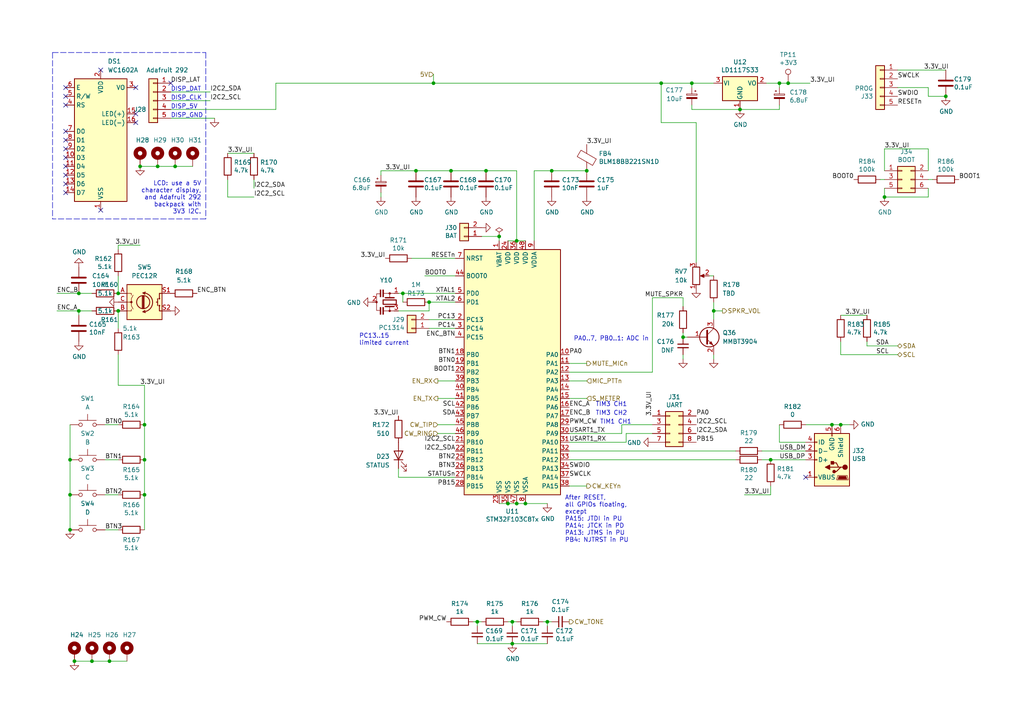
<source format=kicad_sch>
(kicad_sch (version 20211123) (generator eeschema)

  (uuid 5367a494-64b6-4f8c-adca-814c4b88525b)

  (paper "A4")

  (title_block
    (title "DART-70 TRX")
    (date "2023-02-02")
    (rev "0")
    (company "HB9EGM")
    (comment 1 "A 4m Band SSB/CW Transceiver")
    (comment 2 "User interface")
  )

  

  (junction (at 34.29 85.09) (diameter 0) (color 0 0 0 0)
    (uuid 1276659c-ff14-4940-b214-e27c5bbbd628)
  )
  (junction (at 207.01 90.17) (diameter 0) (color 0 0 0 0)
    (uuid 13669500-5baf-474d-9795-5cd07ed31711)
  )
  (junction (at 125.73 24.13) (diameter 0) (color 0 0 0 0)
    (uuid 18eb06be-4daf-4e03-af66-101a20520115)
  )
  (junction (at 223.52 133.35) (diameter 0) (color 0 0 0 0)
    (uuid 2a891096-042c-4004-b161-8bd2c0b59fd7)
  )
  (junction (at 200.66 24.13) (diameter 0) (color 0 0 0 0)
    (uuid 365db125-0d05-4a3b-80f5-776f84224f16)
  )
  (junction (at 149.86 69.85) (diameter 0) (color 0 0 0 0)
    (uuid 3b398e0a-4c10-4dcc-aa1f-5dcd51a576d9)
  )
  (junction (at 20.32 143.51) (diameter 0) (color 0 0 0 0)
    (uuid 3e97b4b6-51fe-4831-8963-04e554d396f4)
  )
  (junction (at 243.84 123.19) (diameter 0) (color 0 0 0 0)
    (uuid 3f43b8cc-e232-4de4-a8bc-56a1a1c0a87a)
  )
  (junction (at 124.46 87.63) (diameter 0) (color 0 0 0 0)
    (uuid 418a0e9c-c95f-4d4a-a88f-ec13faf3303c)
  )
  (junction (at 191.77 24.13) (diameter 0) (color 0 0 0 0)
    (uuid 44749f55-d122-4aa6-85e2-ad52f442bc2e)
  )
  (junction (at 130.81 49.53) (diameter 0) (color 0 0 0 0)
    (uuid 463e71c6-e035-4ed0-9a41-c3c9633f2c78)
  )
  (junction (at 22.86 85.09) (diameter 0) (color 0 0 0 0)
    (uuid 50eddd67-6aa3-43d4-a67d-b80202184bf7)
  )
  (junction (at 40.64 48.26) (diameter 0) (color 0 0 0 0)
    (uuid 5409bb4f-9871-4b76-80d1-9c4fde9be964)
  )
  (junction (at 31.75 191.77) (diameter 0) (color 0 0 0 0)
    (uuid 59cde6dd-9dca-42cc-926a-90d90b278d0e)
  )
  (junction (at 20.32 133.35) (diameter 0) (color 0 0 0 0)
    (uuid 60f9aea0-5552-4cff-adfd-7e3333a6c431)
  )
  (junction (at 149.86 146.05) (diameter 0) (color 0 0 0 0)
    (uuid 70b621b6-45b5-43cb-9683-d589118723d7)
  )
  (junction (at 147.32 146.05) (diameter 0) (color 0 0 0 0)
    (uuid 73e2a101-0bc0-414b-9aa7-7eeb8a3caef1)
  )
  (junction (at 120.65 49.53) (diameter 0) (color 0 0 0 0)
    (uuid 752fa345-d8be-4e99-aad1-e88671f99643)
  )
  (junction (at 160.02 49.53) (diameter 0) (color 0 0 0 0)
    (uuid 77b09fa1-fbbb-49ab-94c4-069660b694ff)
  )
  (junction (at 148.59 186.69) (diameter 0) (color 0 0 0 0)
    (uuid 782b86fa-ef9f-4c16-a991-b44a80f0f0c3)
  )
  (junction (at 138.43 180.34) (diameter 0) (color 0 0 0 0)
    (uuid 7efaeda2-e767-44b9-adb2-3a0c3f4d2f1d)
  )
  (junction (at 144.78 68.58) (diameter 0) (color 0 0 0 0)
    (uuid 82837723-01d6-44de-81eb-7f1b77872cbf)
  )
  (junction (at 22.86 90.17) (diameter 0) (color 0 0 0 0)
    (uuid 85d4e31f-0a9c-44fe-988a-fd9d1c9f0d5f)
  )
  (junction (at 158.75 180.34) (diameter 0) (color 0 0 0 0)
    (uuid 8847e751-6992-4f80-92c5-c3bef4b5dbf6)
  )
  (junction (at 116.84 85.09) (diameter 0) (color 0 0 0 0)
    (uuid 8c497335-9f19-4d8f-81b9-d3f6e5560190)
  )
  (junction (at 226.06 24.13) (diameter 0) (color 0 0 0 0)
    (uuid 950bee3f-9e72-4e30-a26d-44d6909f7316)
  )
  (junction (at 241.3 123.19) (diameter 0) (color 0 0 0 0)
    (uuid 9801ccc8-5152-40bb-932d-67072f8cd8ad)
  )
  (junction (at 26.67 191.77) (diameter 0) (color 0 0 0 0)
    (uuid 98560b74-a1df-4f18-9056-9d04ee495b97)
  )
  (junction (at 256.54 57.15) (diameter 0) (color 0 0 0 0)
    (uuid 9b396834-9f2e-4234-8e77-e2f453053d8c)
  )
  (junction (at 140.97 49.53) (diameter 0) (color 0 0 0 0)
    (uuid 9cb0289b-897f-4a33-9575-6ead0989832a)
  )
  (junction (at 41.91 133.35) (diameter 0) (color 0 0 0 0)
    (uuid a306cb94-6ff0-43dc-b3ff-609bd041f651)
  )
  (junction (at 148.59 180.34) (diameter 0) (color 0 0 0 0)
    (uuid b2ecb88a-4c09-46d5-b24a-de38dbb48f75)
  )
  (junction (at 41.91 143.51) (diameter 0) (color 0 0 0 0)
    (uuid b47512f5-ddb1-4f6a-a01f-993a149ffa47)
  )
  (junction (at 152.4 146.05) (diameter 0) (color 0 0 0 0)
    (uuid b7e9cf10-b74e-4e80-a7f1-e33a29fe56de)
  )
  (junction (at 50.8 48.26) (diameter 0) (color 0 0 0 0)
    (uuid be50dc6c-7959-4fe7-9a13-513b2caf58e4)
  )
  (junction (at 20.32 153.67) (diameter 0) (color 0 0 0 0)
    (uuid be9a62f2-23dd-41df-91a7-1f4ac377faf3)
  )
  (junction (at 198.12 97.79) (diameter 0) (color 0 0 0 0)
    (uuid c21d43cd-6a5c-49e4-8e47-27ce04de320c)
  )
  (junction (at 34.29 90.17) (diameter 0) (color 0 0 0 0)
    (uuid c2d3f10b-b9a2-4cb9-979d-644e3566b349)
  )
  (junction (at 21.59 191.77) (diameter 0) (color 0 0 0 0)
    (uuid c700ac3f-55c1-4328-ac50-f1d2cfb94ee9)
  )
  (junction (at 214.63 31.75) (diameter 0) (color 0 0 0 0)
    (uuid c919be4d-1323-48ff-9b47-63e806eb379b)
  )
  (junction (at 41.91 123.19) (diameter 0) (color 0 0 0 0)
    (uuid cc016ca4-b9a4-4d80-91ba-91d6e0df5bcc)
  )
  (junction (at 45.72 48.26) (diameter 0) (color 0 0 0 0)
    (uuid d5c0f35c-e53a-490c-a51b-54d9701fea80)
  )
  (junction (at 170.18 49.53) (diameter 0) (color 0 0 0 0)
    (uuid e1640c92-0a7b-4990-ae42-e9436c2a460d)
  )
  (junction (at 274.32 27.94) (diameter 0) (color 0 0 0 0)
    (uuid ed74c2b7-a3ac-4886-84f5-377b5e1bbbfc)
  )
  (junction (at 228.6 24.13) (diameter 0) (color 0 0 0 0)
    (uuid edb71222-40e6-4859-afb6-9f8493972161)
  )

  (no_connect (at 19.05 30.48) (uuid 27a098aa-a54a-4603-8a04-fe8def00e684))
  (no_connect (at 19.05 25.4) (uuid 32b8b153-c903-4741-ad0e-f8d9602e50e4))
  (no_connect (at 39.37 33.02) (uuid 342988be-16c5-4d72-82f4-e65b4c5f0a23))
  (no_connect (at 233.68 138.43) (uuid 487ede9d-e4e2-47c1-b417-084ff862638c))
  (no_connect (at 19.05 45.72) (uuid 4f2980f5-7c43-4875-a7d2-8b8b265a1e46))
  (no_connect (at 19.05 40.64) (uuid 5187d1a9-67b2-40c1-a07c-4e0e8a38791d))
  (no_connect (at 39.37 35.56) (uuid 54760758-af89-4a41-a60d-e1b689c5006e))
  (no_connect (at 29.21 20.32) (uuid 5e0f13bf-804a-411e-8f5a-2678db83e4a0))
  (no_connect (at 19.05 38.1) (uuid 657b9520-f4f5-4bbd-96e9-e7037197e3d3))
  (no_connect (at 19.05 53.34) (uuid 68b3df11-6847-4453-820a-85d602ac575b))
  (no_connect (at 19.05 43.18) (uuid 7470b900-3f1e-497f-b369-8aad981a3392))
  (no_connect (at 29.21 60.96) (uuid 94d11b9d-6eb0-4385-9ae1-ddcc32221de4))
  (no_connect (at 19.05 48.26) (uuid 98bce542-8d71-44ac-8b06-d20ab5e9152b))
  (no_connect (at 19.05 55.88) (uuid 9a013d10-199f-4d04-bd4c-941faf08d324))
  (no_connect (at 19.05 27.94) (uuid cbf32607-4f05-4315-90ea-7b1ad43a34e7))
  (no_connect (at 49.53 24.13) (uuid d201603c-e100-4dec-85ec-f4b2f2d1beac))
  (no_connect (at 39.37 25.4) (uuid e52ceaab-2ff4-49eb-abf8-ad8d6eddfba5))
  (no_connect (at 19.05 50.8) (uuid e57a82f1-c1a2-475f-b5ba-dfeed83c5d9b))

  (wire (pts (xy 165.1 133.35) (xy 213.36 133.35))
    (stroke (width 0) (type default) (color 0 0 0 0))
    (uuid 006bc43b-d3a8-4a38-a8dc-5a24da3f9b4d)
  )
  (wire (pts (xy 49.53 26.67) (xy 60.96 26.67))
    (stroke (width 0) (type default) (color 0 0 0 0))
    (uuid 0172fa94-4b7c-4d5e-bde6-27bb171b91e9)
  )
  (wire (pts (xy 34.29 71.12) (xy 40.64 71.12))
    (stroke (width 0) (type default) (color 0 0 0 0))
    (uuid 0242d9ef-e4f8-46fc-9a77-e91737006838)
  )
  (wire (pts (xy 34.29 95.25) (xy 34.29 90.17))
    (stroke (width 0) (type default) (color 0 0 0 0))
    (uuid 035870a0-33fd-4542-9093-58d01a043d61)
  )
  (wire (pts (xy 222.25 24.13) (xy 226.06 24.13))
    (stroke (width 0) (type default) (color 0 0 0 0))
    (uuid 044e08b9-e685-498e-bd87-b8524296a144)
  )
  (wire (pts (xy 119.38 74.93) (xy 132.08 74.93))
    (stroke (width 0) (type default) (color 0 0 0 0))
    (uuid 0454b0ed-4e94-46b1-9058-7210ddee62e4)
  )
  (wire (pts (xy 200.66 31.75) (xy 214.63 31.75))
    (stroke (width 0) (type default) (color 0 0 0 0))
    (uuid 049c481d-6ebe-4dd1-9faa-e600aef235d0)
  )
  (wire (pts (xy 34.29 102.87) (xy 34.29 111.76))
    (stroke (width 0) (type default) (color 0 0 0 0))
    (uuid 075e8b22-aaf4-4757-89b3-6249642534f1)
  )
  (wire (pts (xy 170.18 140.97) (xy 165.1 140.97))
    (stroke (width 0) (type default) (color 0 0 0 0))
    (uuid 092bd70b-48e0-45b7-9940-021b2d382881)
  )
  (wire (pts (xy 189.23 86.36) (xy 198.12 86.36))
    (stroke (width 0) (type default) (color 0 0 0 0))
    (uuid 0cb31f5d-5577-4529-a561-fc2e8e6c473e)
  )
  (wire (pts (xy 22.86 91.44) (xy 22.86 90.17))
    (stroke (width 0) (type default) (color 0 0 0 0))
    (uuid 1021e01a-7480-4604-9b82-a8d70899e83d)
  )
  (wire (pts (xy 34.29 133.35) (xy 30.48 133.35))
    (stroke (width 0) (type default) (color 0 0 0 0))
    (uuid 10acd6cf-9aa0-464b-9051-98ec9eb1cee0)
  )
  (wire (pts (xy 165.1 130.81) (xy 213.36 130.81))
    (stroke (width 0) (type default) (color 0 0 0 0))
    (uuid 11b49d13-b047-4242-be65-9a9b1c80ec58)
  )
  (wire (pts (xy 207.01 87.63) (xy 207.01 90.17))
    (stroke (width 0) (type default) (color 0 0 0 0))
    (uuid 1525aa38-a541-4636-8138-01e3058a1520)
  )
  (wire (pts (xy 251.46 100.33) (xy 260.35 100.33))
    (stroke (width 0) (type default) (color 0 0 0 0))
    (uuid 15328724-62c0-4c64-8165-7ba7fa235831)
  )
  (wire (pts (xy 127 115.57) (xy 132.08 115.57))
    (stroke (width 0) (type default) (color 0 0 0 0))
    (uuid 1627b889-41c1-4638-81bb-2059620a165d)
  )
  (wire (pts (xy 127 125.73) (xy 132.08 125.73))
    (stroke (width 0) (type default) (color 0 0 0 0))
    (uuid 166aacf9-9169-4bbe-a203-0c1180fa7c79)
  )
  (wire (pts (xy 191.77 35.56) (xy 191.77 24.13))
    (stroke (width 0) (type default) (color 0 0 0 0))
    (uuid 1758ba3f-65d9-48ce-8dc4-3064f533dbae)
  )
  (wire (pts (xy 21.59 191.77) (xy 26.67 191.77))
    (stroke (width 0) (type default) (color 0 0 0 0))
    (uuid 1998e0d6-130d-4ba8-96ae-888a1f6e3081)
  )
  (wire (pts (xy 110.49 55.88) (xy 110.49 57.15))
    (stroke (width 0) (type default) (color 0 0 0 0))
    (uuid 1a795a6f-1bc6-41fb-82d7-5ae528094d84)
  )
  (wire (pts (xy 207.01 90.17) (xy 209.55 90.17))
    (stroke (width 0) (type default) (color 0 0 0 0))
    (uuid 1d79b872-4247-447b-8107-559d53ddd5a5)
  )
  (wire (pts (xy 243.84 102.87) (xy 243.84 99.06))
    (stroke (width 0) (type default) (color 0 0 0 0))
    (uuid 1fcbe337-d147-4e02-846e-7f1ec4528bd0)
  )
  (wire (pts (xy 130.81 49.53) (xy 140.97 49.53))
    (stroke (width 0) (type default) (color 0 0 0 0))
    (uuid 2330a65f-a667-4564-b2ea-fd267508069a)
  )
  (wire (pts (xy 260.35 20.32) (xy 274.32 20.32))
    (stroke (width 0) (type default) (color 0 0 0 0))
    (uuid 23425199-2ac8-404e-b295-8bb0276f526e)
  )
  (wire (pts (xy 189.23 125.73) (xy 181.61 125.73))
    (stroke (width 0) (type default) (color 0 0 0 0))
    (uuid 238ce6dc-0557-409a-ab04-93448fccaac4)
  )
  (wire (pts (xy 160.02 49.53) (xy 154.94 49.53))
    (stroke (width 0) (type default) (color 0 0 0 0))
    (uuid 23d269d6-d694-442a-bf5d-98bf3544fc31)
  )
  (wire (pts (xy 269.24 25.4) (xy 269.24 27.94))
    (stroke (width 0) (type default) (color 0 0 0 0))
    (uuid 2480dd87-1dff-4a50-81a2-52ef161ac45c)
  )
  (wire (pts (xy 138.43 180.34) (xy 138.43 181.61))
    (stroke (width 0) (type default) (color 0 0 0 0))
    (uuid 251435cb-df17-46ab-aac4-3d24ccac8db0)
  )
  (wire (pts (xy 223.52 133.35) (xy 233.68 133.35))
    (stroke (width 0) (type default) (color 0 0 0 0))
    (uuid 25ada721-670a-4020-ae0b-77410c4e375a)
  )
  (wire (pts (xy 34.29 123.19) (xy 30.48 123.19))
    (stroke (width 0) (type default) (color 0 0 0 0))
    (uuid 2965eaa9-5c83-4078-a673-05e36103f2d1)
  )
  (wire (pts (xy 127 123.19) (xy 132.08 123.19))
    (stroke (width 0) (type default) (color 0 0 0 0))
    (uuid 2bd08fdd-e559-4112-af36-bdef9848d0a6)
  )
  (wire (pts (xy 228.6 24.13) (xy 234.95 24.13))
    (stroke (width 0) (type default) (color 0 0 0 0))
    (uuid 2da947aa-ae17-4b65-af50-1f4c2e060828)
  )
  (wire (pts (xy 243.84 91.44) (xy 251.46 91.44))
    (stroke (width 0) (type default) (color 0 0 0 0))
    (uuid 34d6d782-5641-4526-b346-05de03ea8c0e)
  )
  (polyline (pts (xy 59.69 15.24) (xy 59.69 63.5))
    (stroke (width 0) (type default) (color 0 0 0 0))
    (uuid 36dbbb14-ed77-4633-af35-90660d2143f3)
  )

  (wire (pts (xy 80.01 31.75) (xy 80.01 24.13))
    (stroke (width 0) (type default) (color 0 0 0 0))
    (uuid 3767c9f7-bcd4-45e3-8ce9-5319ea755a8a)
  )
  (wire (pts (xy 120.65 49.53) (xy 130.81 49.53))
    (stroke (width 0) (type default) (color 0 0 0 0))
    (uuid 37e843e9-2538-4a91-9a9b-f536fa0a9e84)
  )
  (wire (pts (xy 110.49 49.53) (xy 120.65 49.53))
    (stroke (width 0) (type default) (color 0 0 0 0))
    (uuid 3a013e8f-5b12-499b-8d2d-0ad49966db1a)
  )
  (wire (pts (xy 50.8 48.26) (xy 55.88 48.26))
    (stroke (width 0) (type default) (color 0 0 0 0))
    (uuid 3c208147-3781-4b11-83b9-c01c80ce3aa9)
  )
  (wire (pts (xy 200.66 24.13) (xy 200.66 25.4))
    (stroke (width 0) (type default) (color 0 0 0 0))
    (uuid 3c7ec0d6-65f7-4e0f-bf39-65992df7174f)
  )
  (wire (pts (xy 158.75 181.61) (xy 158.75 180.34))
    (stroke (width 0) (type default) (color 0 0 0 0))
    (uuid 3d927ca0-f4ad-42ab-b902-dfef8d84eebb)
  )
  (wire (pts (xy 66.04 44.45) (xy 73.66 44.45))
    (stroke (width 0) (type default) (color 0 0 0 0))
    (uuid 3f4ca593-2b3f-4c1d-83fb-6afbc1dc83bd)
  )
  (wire (pts (xy 115.57 135.89) (xy 115.57 138.43))
    (stroke (width 0) (type default) (color 0 0 0 0))
    (uuid 3f4f4435-0d48-417e-8f86-def0fd108af7)
  )
  (wire (pts (xy 148.59 186.69) (xy 158.75 186.69))
    (stroke (width 0) (type default) (color 0 0 0 0))
    (uuid 3fc3a397-ec3a-4314-aa6a-44925ef4cbbe)
  )
  (wire (pts (xy 40.64 48.26) (xy 45.72 48.26))
    (stroke (width 0) (type default) (color 0 0 0 0))
    (uuid 415fe277-08a6-4bf9-b670-09af28cfaea7)
  )
  (polyline (pts (xy 15.24 15.24) (xy 59.69 15.24))
    (stroke (width 0) (type default) (color 0 0 0 0))
    (uuid 437ebe18-8f4c-4d60-9ade-e76424d17726)
  )

  (wire (pts (xy 158.75 180.34) (xy 160.02 180.34))
    (stroke (width 0) (type default) (color 0 0 0 0))
    (uuid 4736f749-4a0e-4a05-b1aa-d51f1c3fc23d)
  )
  (wire (pts (xy 160.02 49.53) (xy 170.18 49.53))
    (stroke (width 0) (type default) (color 0 0 0 0))
    (uuid 4829bee0-faa8-43f7-b2d7-8a6e5d1b3050)
  )
  (wire (pts (xy 34.29 80.01) (xy 34.29 85.09))
    (stroke (width 0) (type default) (color 0 0 0 0))
    (uuid 487cb37f-32e1-4fcc-b649-1ddd891984c5)
  )
  (wire (pts (xy 34.29 72.39) (xy 34.29 71.12))
    (stroke (width 0) (type default) (color 0 0 0 0))
    (uuid 4ac2ebce-bb4e-40ee-8aab-660b525d546b)
  )
  (wire (pts (xy 124.46 92.71) (xy 132.08 92.71))
    (stroke (width 0) (type default) (color 0 0 0 0))
    (uuid 4cd135a5-fdd1-4851-864a-dadf7c96d9ff)
  )
  (wire (pts (xy 20.32 123.19) (xy 20.32 133.35))
    (stroke (width 0) (type default) (color 0 0 0 0))
    (uuid 4d43e674-c1c0-4e11-b129-01108db367aa)
  )
  (wire (pts (xy 260.35 25.4) (xy 269.24 25.4))
    (stroke (width 0) (type default) (color 0 0 0 0))
    (uuid 4f69bb40-cbf2-45c5-8c23-3e0667e1f6c1)
  )
  (wire (pts (xy 165.1 128.27) (xy 181.61 128.27))
    (stroke (width 0) (type default) (color 0 0 0 0))
    (uuid 500298f6-b9ed-4e53-bde6-024545f1a90a)
  )
  (wire (pts (xy 201.93 76.2) (xy 201.93 35.56))
    (stroke (width 0) (type default) (color 0 0 0 0))
    (uuid 5072acae-0fdb-4040-acf2-e7c46e26f505)
  )
  (wire (pts (xy 226.06 24.13) (xy 228.6 24.13))
    (stroke (width 0) (type default) (color 0 0 0 0))
    (uuid 53ca9047-4473-49bf-9a5c-d4ba6da3881d)
  )
  (wire (pts (xy 41.91 111.76) (xy 41.91 123.19))
    (stroke (width 0) (type default) (color 0 0 0 0))
    (uuid 58a22765-7f2e-4f66-9ea8-f56fcca75dda)
  )
  (wire (pts (xy 34.29 143.51) (xy 30.48 143.51))
    (stroke (width 0) (type default) (color 0 0 0 0))
    (uuid 595e8034-8a59-4a5c-b366-f8604d8aa4da)
  )
  (wire (pts (xy 200.66 30.48) (xy 200.66 31.75))
    (stroke (width 0) (type default) (color 0 0 0 0))
    (uuid 5c2835f1-d56c-4019-9ef3-09fd3e460220)
  )
  (wire (pts (xy 110.49 49.53) (xy 110.49 50.8))
    (stroke (width 0) (type default) (color 0 0 0 0))
    (uuid 5e8f43a4-e869-473e-b093-0ec79ea19580)
  )
  (wire (pts (xy 226.06 128.27) (xy 233.68 128.27))
    (stroke (width 0) (type default) (color 0 0 0 0))
    (uuid 5f48357f-c353-4808-811f-74ed7ffaa7c6)
  )
  (wire (pts (xy 269.24 27.94) (xy 274.32 27.94))
    (stroke (width 0) (type default) (color 0 0 0 0))
    (uuid 61b6f2c4-b226-47d6-bbd8-9d67fcaf35c3)
  )
  (wire (pts (xy 256.54 57.15) (xy 269.24 57.15))
    (stroke (width 0) (type default) (color 0 0 0 0))
    (uuid 61e795c9-5bb5-48b3-b7a0-cb64f04c7adc)
  )
  (wire (pts (xy 34.29 153.67) (xy 30.48 153.67))
    (stroke (width 0) (type default) (color 0 0 0 0))
    (uuid 66d98295-60ac-4b7d-a181-3284b2b387bc)
  )
  (wire (pts (xy 124.46 90.17) (xy 124.46 87.63))
    (stroke (width 0) (type default) (color 0 0 0 0))
    (uuid 677a1070-c11b-49a9-8186-12e0a3e880b1)
  )
  (wire (pts (xy 66.04 57.15) (xy 66.04 52.07))
    (stroke (width 0) (type default) (color 0 0 0 0))
    (uuid 679e5b0e-a017-43d8-8845-79a886253d82)
  )
  (wire (pts (xy 26.67 191.77) (xy 31.75 191.77))
    (stroke (width 0) (type default) (color 0 0 0 0))
    (uuid 67a7995e-8784-42ca-a88d-2917f425f1b7)
  )
  (wire (pts (xy 215.9 143.51) (xy 223.52 143.51))
    (stroke (width 0) (type default) (color 0 0 0 0))
    (uuid 6be0facb-2aaa-4e96-b9a3-b62386a9a87b)
  )
  (polyline (pts (xy 15.24 15.24) (xy 15.24 63.5))
    (stroke (width 0) (type default) (color 0 0 0 0))
    (uuid 6c1a4ff4-84d5-4723-9271-598658bada11)
  )

  (wire (pts (xy 165.1 125.73) (xy 180.34 125.73))
    (stroke (width 0) (type default) (color 0 0 0 0))
    (uuid 6f75ea3e-6135-44f5-9313-1aad839ab6f6)
  )
  (wire (pts (xy 137.16 180.34) (xy 138.43 180.34))
    (stroke (width 0) (type default) (color 0 0 0 0))
    (uuid 742f6656-c86d-41c0-937e-ef6ded3bd482)
  )
  (wire (pts (xy 243.84 102.87) (xy 260.35 102.87))
    (stroke (width 0) (type default) (color 0 0 0 0))
    (uuid 75080b0b-6140-45af-8605-622af6de8bea)
  )
  (wire (pts (xy 223.52 133.35) (xy 220.98 133.35))
    (stroke (width 0) (type default) (color 0 0 0 0))
    (uuid 771145ed-2e00-4172-ac95-37a36c6a35ce)
  )
  (wire (pts (xy 140.97 49.53) (xy 149.86 49.53))
    (stroke (width 0) (type default) (color 0 0 0 0))
    (uuid 7c1fd6fc-5c53-4ccb-a456-46fe6fc0bc71)
  )
  (wire (pts (xy 34.29 111.76) (xy 41.91 111.76))
    (stroke (width 0) (type default) (color 0 0 0 0))
    (uuid 7d0bbe80-0957-4d01-9233-f16ef102a13b)
  )
  (wire (pts (xy 157.48 180.34) (xy 158.75 180.34))
    (stroke (width 0) (type default) (color 0 0 0 0))
    (uuid 7d512d14-3ca4-4934-b506-eb07d268c7dc)
  )
  (wire (pts (xy 147.32 146.05) (xy 144.78 146.05))
    (stroke (width 0) (type default) (color 0 0 0 0))
    (uuid 7f2c9904-545b-4337-acd6-8707e0924818)
  )
  (wire (pts (xy 243.84 123.19) (xy 241.3 123.19))
    (stroke (width 0) (type default) (color 0 0 0 0))
    (uuid 7fa098fb-b644-4e64-920e-8328b5d12f21)
  )
  (wire (pts (xy 144.78 68.58) (xy 139.7 68.58))
    (stroke (width 0) (type default) (color 0 0 0 0))
    (uuid 822cf157-ecb8-46d7-8cc6-5f0248fd6b37)
  )
  (wire (pts (xy 41.91 133.35) (xy 41.91 123.19))
    (stroke (width 0) (type default) (color 0 0 0 0))
    (uuid 83b77b4d-dcc2-4e93-a5f3-1d1480646393)
  )
  (wire (pts (xy 255.27 52.07) (xy 256.54 52.07))
    (stroke (width 0) (type default) (color 0 0 0 0))
    (uuid 875404be-e359-458a-af29-1bd3403dd55f)
  )
  (wire (pts (xy 170.18 110.49) (xy 165.1 110.49))
    (stroke (width 0) (type default) (color 0 0 0 0))
    (uuid 8916cfb5-5541-43a9-8e0e-951b776d485c)
  )
  (wire (pts (xy 125.73 21.59) (xy 125.73 24.13))
    (stroke (width 0) (type default) (color 0 0 0 0))
    (uuid 8aacfdd5-15da-46ff-b53e-da8342d51270)
  )
  (wire (pts (xy 207.01 90.17) (xy 207.01 92.71))
    (stroke (width 0) (type default) (color 0 0 0 0))
    (uuid 8c018d47-5ab9-4aea-a37a-71038b398265)
  )
  (wire (pts (xy 49.53 31.75) (xy 80.01 31.75))
    (stroke (width 0) (type default) (color 0 0 0 0))
    (uuid 8cf3b989-d323-4aa3-888a-229ee0855e8a)
  )
  (wire (pts (xy 20.32 143.51) (xy 20.32 153.67))
    (stroke (width 0) (type default) (color 0 0 0 0))
    (uuid 8d760ab7-cb5d-426a-b4aa-fb7e0964cb41)
  )
  (wire (pts (xy 73.66 57.15) (xy 66.04 57.15))
    (stroke (width 0) (type default) (color 0 0 0 0))
    (uuid 8f577817-ea32-42aa-bedc-809b6d0ffec6)
  )
  (wire (pts (xy 148.59 180.34) (xy 149.86 180.34))
    (stroke (width 0) (type default) (color 0 0 0 0))
    (uuid 9004cee7-358e-4c08-9d64-a05f28a4e7b6)
  )
  (wire (pts (xy 22.86 85.09) (xy 26.67 85.09))
    (stroke (width 0) (type default) (color 0 0 0 0))
    (uuid 901dc96c-698d-427d-880a-ee46536a481f)
  )
  (wire (pts (xy 198.12 97.79) (xy 199.39 97.79))
    (stroke (width 0) (type default) (color 0 0 0 0))
    (uuid 91b93633-9d4a-4170-b7ca-34e2d5aedb1e)
  )
  (wire (pts (xy 124.46 87.63) (xy 132.08 87.63))
    (stroke (width 0) (type default) (color 0 0 0 0))
    (uuid 92cf4db4-2dba-4763-9cd8-3c7f8aff8f24)
  )
  (wire (pts (xy 124.46 90.17) (xy 115.57 90.17))
    (stroke (width 0) (type default) (color 0 0 0 0))
    (uuid 93b580d1-c2df-48c4-9d06-465ca9d3eebc)
  )
  (wire (pts (xy 115.57 138.43) (xy 132.08 138.43))
    (stroke (width 0) (type default) (color 0 0 0 0))
    (uuid 9c00f763-4387-4dca-9d2a-687600fcbd31)
  )
  (wire (pts (xy 220.98 130.81) (xy 233.68 130.81))
    (stroke (width 0) (type default) (color 0 0 0 0))
    (uuid 9f7324c5-50a2-442c-8a80-edf04aa2b2ac)
  )
  (wire (pts (xy 144.78 69.85) (xy 144.78 68.58))
    (stroke (width 0) (type default) (color 0 0 0 0))
    (uuid 9f7b3295-d16c-467f-88f6-2ab8ee650e3a)
  )
  (wire (pts (xy 149.86 69.85) (xy 147.32 69.85))
    (stroke (width 0) (type default) (color 0 0 0 0))
    (uuid a32fe8ab-5810-40f6-8eab-48332c0ee5a0)
  )
  (wire (pts (xy 256.54 49.53) (xy 256.54 43.18))
    (stroke (width 0) (type default) (color 0 0 0 0))
    (uuid a560f403-c7e0-4d97-9b6c-c5351bebb237)
  )
  (wire (pts (xy 198.12 104.14) (xy 198.12 102.87))
    (stroke (width 0) (type default) (color 0 0 0 0))
    (uuid a6772870-a42e-49f8-bd4d-a35118c5fb87)
  )
  (wire (pts (xy 269.24 49.53) (xy 269.24 43.18))
    (stroke (width 0) (type default) (color 0 0 0 0))
    (uuid a6e0def8-4f4c-4324-b688-07d61c9eec31)
  )
  (wire (pts (xy 45.72 48.26) (xy 50.8 48.26))
    (stroke (width 0) (type default) (color 0 0 0 0))
    (uuid aa86e1e0-bdcd-4d16-abad-e99900421e9e)
  )
  (wire (pts (xy 124.46 95.25) (xy 132.08 95.25))
    (stroke (width 0) (type default) (color 0 0 0 0))
    (uuid ab5db7e5-9de7-449f-b70b-9d0dd610b10b)
  )
  (wire (pts (xy 116.84 87.63) (xy 116.84 85.09))
    (stroke (width 0) (type default) (color 0 0 0 0))
    (uuid ac5a5c45-797a-4bbe-bfd5-5ce5a8aa3463)
  )
  (wire (pts (xy 198.12 96.52) (xy 198.12 97.79))
    (stroke (width 0) (type default) (color 0 0 0 0))
    (uuid ae0da676-b905-4af3-8d1e-af49105ca29d)
  )
  (wire (pts (xy 152.4 146.05) (xy 149.86 146.05))
    (stroke (width 0) (type default) (color 0 0 0 0))
    (uuid b05af61d-3c1d-44cf-aea2-61fd169c9d1a)
  )
  (wire (pts (xy 31.75 191.77) (xy 36.83 191.77))
    (stroke (width 0) (type default) (color 0 0 0 0))
    (uuid b28ba5b1-54d9-4597-94a4-3b5c7b5bab1e)
  )
  (wire (pts (xy 149.86 49.53) (xy 149.86 69.85))
    (stroke (width 0) (type default) (color 0 0 0 0))
    (uuid b3eebb03-af8c-48e8-a7d9-5ec3741206fa)
  )
  (wire (pts (xy 191.77 24.13) (xy 200.66 24.13))
    (stroke (width 0) (type default) (color 0 0 0 0))
    (uuid b5764917-bb73-4032-bb79-484b4094badd)
  )
  (wire (pts (xy 181.61 125.73) (xy 181.61 128.27))
    (stroke (width 0) (type default) (color 0 0 0 0))
    (uuid b9fce689-53c2-4275-98d8-2c8da9bd740a)
  )
  (wire (pts (xy 116.84 85.09) (xy 115.57 85.09))
    (stroke (width 0) (type default) (color 0 0 0 0))
    (uuid ba80136a-34d0-4a97-a9c9-c43ab3f7be6e)
  )
  (wire (pts (xy 152.4 69.85) (xy 149.86 69.85))
    (stroke (width 0) (type default) (color 0 0 0 0))
    (uuid bade9875-e59b-4d52-b529-c48d7c265fc4)
  )
  (wire (pts (xy 49.53 29.21) (xy 60.96 29.21))
    (stroke (width 0) (type default) (color 0 0 0 0))
    (uuid bc913ca4-9065-43d2-9d7f-c7073d14811d)
  )
  (wire (pts (xy 170.18 115.57) (xy 165.1 115.57))
    (stroke (width 0) (type default) (color 0 0 0 0))
    (uuid bcb9de97-da39-48c2-ba62-52171a3a19f8)
  )
  (wire (pts (xy 207.01 104.14) (xy 207.01 102.87))
    (stroke (width 0) (type default) (color 0 0 0 0))
    (uuid be3969cd-6eb6-46db-b717-5a91b206baa1)
  )
  (wire (pts (xy 22.86 85.09) (xy 16.51 85.09))
    (stroke (width 0) (type default) (color 0 0 0 0))
    (uuid c71a0f1c-e0a1-4cfb-a1c2-249d4b359638)
  )
  (wire (pts (xy 180.34 123.19) (xy 189.23 123.19))
    (stroke (width 0) (type default) (color 0 0 0 0))
    (uuid ca0eab8e-e3fd-464d-bb03-d1603b8a651b)
  )
  (wire (pts (xy 269.24 57.15) (xy 269.24 54.61))
    (stroke (width 0) (type default) (color 0 0 0 0))
    (uuid ca12753c-a5f4-49a4-bb14-a01420a86edb)
  )
  (wire (pts (xy 201.93 35.56) (xy 191.77 35.56))
    (stroke (width 0) (type default) (color 0 0 0 0))
    (uuid cd84c7b2-4536-4fce-8e6f-895da17fdf47)
  )
  (wire (pts (xy 200.66 24.13) (xy 207.01 24.13))
    (stroke (width 0) (type default) (color 0 0 0 0))
    (uuid cda471cd-ed64-4f58-b827-5f282321cb92)
  )
  (wire (pts (xy 73.66 54.61) (xy 73.66 52.07))
    (stroke (width 0) (type default) (color 0 0 0 0))
    (uuid cf02db11-2ff8-4f79-b3e9-9802575ab786)
  )
  (wire (pts (xy 226.06 24.13) (xy 226.06 25.4))
    (stroke (width 0) (type default) (color 0 0 0 0))
    (uuid d030b1b5-66ea-4dee-aa8b-a368d46b7f2a)
  )
  (wire (pts (xy 214.63 31.75) (xy 226.06 31.75))
    (stroke (width 0) (type default) (color 0 0 0 0))
    (uuid d0c49abc-3258-4c00-a10f-f54b5d0253a5)
  )
  (wire (pts (xy 154.94 49.53) (xy 154.94 69.85))
    (stroke (width 0) (type default) (color 0 0 0 0))
    (uuid d1ea7795-8403-4edb-b959-1b29f77ed16f)
  )
  (wire (pts (xy 26.67 90.17) (xy 22.86 90.17))
    (stroke (width 0) (type default) (color 0 0 0 0))
    (uuid d4d81f67-fac4-4771-8b7d-f2089683330d)
  )
  (wire (pts (xy 269.24 43.18) (xy 256.54 43.18))
    (stroke (width 0) (type default) (color 0 0 0 0))
    (uuid d8e238b6-5437-4b14-9ba7-0337f0b828ab)
  )
  (wire (pts (xy 148.59 181.61) (xy 148.59 180.34))
    (stroke (width 0) (type default) (color 0 0 0 0))
    (uuid d8ebdeb0-2bbd-4a1b-a259-f95c97f44cbe)
  )
  (wire (pts (xy 147.32 180.34) (xy 148.59 180.34))
    (stroke (width 0) (type default) (color 0 0 0 0))
    (uuid dacfc6b2-f197-4446-86ee-d141533404be)
  )
  (wire (pts (xy 246.38 123.19) (xy 243.84 123.19))
    (stroke (width 0) (type default) (color 0 0 0 0))
    (uuid dba4ad5b-8704-4fc8-9247-b9c4709cf1cf)
  )
  (wire (pts (xy 49.53 34.29) (xy 62.23 34.29))
    (stroke (width 0) (type default) (color 0 0 0 0))
    (uuid dc2567a8-f67d-423b-a6b0-f3bf10022eef)
  )
  (wire (pts (xy 16.51 90.17) (xy 22.86 90.17))
    (stroke (width 0) (type default) (color 0 0 0 0))
    (uuid dc3924cb-3c6c-488f-b9d5-465b4a917136)
  )
  (wire (pts (xy 132.08 85.09) (xy 116.84 85.09))
    (stroke (width 0) (type default) (color 0 0 0 0))
    (uuid dcbc5a2e-2561-4663-8736-09acc9fe0209)
  )
  (wire (pts (xy 80.01 24.13) (xy 125.73 24.13))
    (stroke (width 0) (type default) (color 0 0 0 0))
    (uuid dcd3cd29-abce-4f07-aed6-b3bd595ad3c1)
  )
  (wire (pts (xy 138.43 186.69) (xy 148.59 186.69))
    (stroke (width 0) (type default) (color 0 0 0 0))
    (uuid ddcf9a83-0126-4df6-88fa-3363d508d3a6)
  )
  (wire (pts (xy 158.75 146.05) (xy 152.4 146.05))
    (stroke (width 0) (type default) (color 0 0 0 0))
    (uuid e382fedc-c868-44fd-9740-47cc05b15c1c)
  )
  (wire (pts (xy 170.18 105.41) (xy 165.1 105.41))
    (stroke (width 0) (type default) (color 0 0 0 0))
    (uuid e4a40ea1-de8c-4913-8d95-0a86c0054fcc)
  )
  (wire (pts (xy 125.73 24.13) (xy 191.77 24.13))
    (stroke (width 0) (type default) (color 0 0 0 0))
    (uuid e56a79a9-61d2-495a-b224-3ba9edb139f1)
  )
  (wire (pts (xy 226.06 123.19) (xy 226.06 128.27))
    (stroke (width 0) (type default) (color 0 0 0 0))
    (uuid e584287a-6232-40cf-a082-8dea5986b945)
  )
  (wire (pts (xy 138.43 180.34) (xy 139.7 180.34))
    (stroke (width 0) (type default) (color 0 0 0 0))
    (uuid e68fac9b-3de3-4acb-9bb0-3dee3685df22)
  )
  (wire (pts (xy 180.34 125.73) (xy 180.34 123.19))
    (stroke (width 0) (type default) (color 0 0 0 0))
    (uuid e7130644-c4ae-4f9d-997d-5b4fa9d09578)
  )
  (wire (pts (xy 127 110.49) (xy 132.08 110.49))
    (stroke (width 0) (type default) (color 0 0 0 0))
    (uuid e719e133-06c8-48a5-8b34-3a33eec285a2)
  )
  (polyline (pts (xy 59.69 63.5) (xy 15.24 63.5))
    (stroke (width 0) (type default) (color 0 0 0 0))
    (uuid e8e850c4-7708-4bbf-84e9-a768c6d278e3)
  )

  (wire (pts (xy 223.52 143.51) (xy 223.52 140.97))
    (stroke (width 0) (type default) (color 0 0 0 0))
    (uuid e96fb2f4-eacc-40ed-bf61-c56b99b120c0)
  )
  (wire (pts (xy 198.12 86.36) (xy 198.12 88.9))
    (stroke (width 0) (type default) (color 0 0 0 0))
    (uuid eaa232ae-0357-4d6f-87b8-c4745ba4beae)
  )
  (wire (pts (xy 41.91 153.67) (xy 41.91 143.51))
    (stroke (width 0) (type default) (color 0 0 0 0))
    (uuid eb5c3818-51cd-4092-a6a2-1d306912382e)
  )
  (wire (pts (xy 256.54 57.15) (xy 256.54 54.61))
    (stroke (width 0) (type default) (color 0 0 0 0))
    (uuid eca73914-6f4b-487c-b8f6-6bedca0fa3fb)
  )
  (wire (pts (xy 123.19 80.01) (xy 132.08 80.01))
    (stroke (width 0) (type default) (color 0 0 0 0))
    (uuid ed265626-f6f5-4029-beb9-f6ad275e86b5)
  )
  (wire (pts (xy 41.91 143.51) (xy 41.91 133.35))
    (stroke (width 0) (type default) (color 0 0 0 0))
    (uuid ee955228-8cba-41df-9590-142549e57cef)
  )
  (wire (pts (xy 251.46 100.33) (xy 251.46 99.06))
    (stroke (width 0) (type default) (color 0 0 0 0))
    (uuid f1353e9e-7eae-44e9-872c-ec11c41e5657)
  )
  (wire (pts (xy 165.1 107.95) (xy 189.23 107.95))
    (stroke (width 0) (type default) (color 0 0 0 0))
    (uuid f1ef3bae-8492-482a-bb52-c850c5dd92fa)
  )
  (wire (pts (xy 226.06 30.48) (xy 226.06 31.75))
    (stroke (width 0) (type default) (color 0 0 0 0))
    (uuid f2333ea0-3cdc-40cc-b541-5643d95d4956)
  )
  (wire (pts (xy 189.23 107.95) (xy 189.23 86.36))
    (stroke (width 0) (type default) (color 0 0 0 0))
    (uuid f3536d5c-3080-450b-b9d1-9b03a699a225)
  )
  (wire (pts (xy 149.86 146.05) (xy 147.32 146.05))
    (stroke (width 0) (type default) (color 0 0 0 0))
    (uuid f46f4b86-daf6-4869-98cb-928039f00f5f)
  )
  (wire (pts (xy 270.51 52.07) (xy 269.24 52.07))
    (stroke (width 0) (type default) (color 0 0 0 0))
    (uuid f683b564-906b-42f6-a233-cd22c58657dd)
  )
  (wire (pts (xy 241.3 123.19) (xy 233.68 123.19))
    (stroke (width 0) (type default) (color 0 0 0 0))
    (uuid f6c96c0d-4cf7-4e5a-ad96-cb52e5fda138)
  )
  (wire (pts (xy 20.32 133.35) (xy 20.32 143.51))
    (stroke (width 0) (type default) (color 0 0 0 0))
    (uuid f928df12-b33b-4d6e-8a51-572bf83802ca)
  )
  (wire (pts (xy 205.74 80.01) (xy 207.01 80.01))
    (stroke (width 0) (type default) (color 0 0 0 0))
    (uuid fda99d35-648a-4644-959e-8e11da852ebe)
  )

  (text "TODO\n\n\nDone\nReplace connector by footprints for buttons, encoder and display\nCheck how I finally did CW on Picardy 2020\nAdd cable between main board and control"
    (at 1.27 -15.24 0)
    (effects (font (size 3 3)) (justify left bottom))
    (uuid 1154c567-1e30-4104-a3b9-6b57e1efe0f8)
  )
  (text "DISP_5V" (at 49.53 31.75 0)
    (effects (font (size 1.27 1.27)) (justify left bottom))
    (uuid 1ae70af6-ac4a-4a28-aff8-9077e17e3e61)
  )
  (text "DISP_GND" (at 49.53 34.29 0)
    (effects (font (size 1.27 1.27)) (justify left bottom))
    (uuid 2a4a455a-d851-42f3-92ae-dce395b66e62)
  )
  (text "After RESET,\nall GPIOs floating,\nexcept\nPA15: JTDI in PU\nPA14: JTCK in PD\nPA13: JTMS in PU\nPB4: NJTRST in PU"
    (at 163.83 157.48 0)
    (effects (font (size 1.27 1.27)) (justify left bottom))
    (uuid 4585c64e-96ad-4886-8cc1-623266bf73bf)
  )
  (text "TIM1 CH1" (at 173.99 123.19 0)
    (effects (font (size 1.27 1.27)) (justify left bottom))
    (uuid 49389a66-8741-452b-8284-834f65c51e1b)
  )
  (text "Comment from picardy:\n\nLow pass filter for CW sidetone,\nfinally unused. STATUS LED replaced\nby piezo buzzer instead."
    (at -53.34 -16.51 0)
    (effects (font (size 1.27 1.27)) (justify left bottom))
    (uuid 76d9276c-0bff-44cf-81b5-cc0de1c97f12)
  )
  (text "TIM3 CH1" (at 172.72 118.11 0)
    (effects (font (size 1.27 1.27)) (justify left bottom))
    (uuid 7ea15999-0781-4c2e-a266-2adaf5a39946)
  )
  (text "LCD: use a 5V\ncharacter display,\nand Adafruit 292\nbackpack with\n3V3 I2C.\n"
    (at 58.42 62.23 180)
    (effects (font (size 1.27 1.27)) (justify right bottom))
    (uuid 957effad-d1d8-4a6b-8428-056683589978)
  )
  (text "TIM3 CH2" (at 172.72 120.65 0)
    (effects (font (size 1.27 1.27)) (justify left bottom))
    (uuid a632aa3e-0113-4f5d-90b5-27bac9ed8392)
  )
  (text "PC13..15\nlimited current" (at 104.14 100.33 0)
    (effects (font (size 1.27 1.27)) (justify left bottom))
    (uuid d5605fa7-538d-473c-8da8-4e6409672b1d)
  )
  (text "DISP_DAT" (at 49.53 26.67 0)
    (effects (font (size 1.27 1.27)) (justify left bottom))
    (uuid e1ee8c3a-d18b-43d4-92e4-74a5b6e689c1)
  )
  (text "PA0..7, PB0..1: ADC in" (at 166.37 99.06 0)
    (effects (font (size 1.27 1.27)) (justify left bottom))
    (uuid fb6ae0ae-5f09-42f3-a277-43e9524a252b)
  )
  (text "DISP_CLK" (at 49.53 29.21 0)
    (effects (font (size 1.27 1.27)) (justify left bottom))
    (uuid fd29d2ff-b67b-4b37-95fa-5b64b72e1a7d)
  )

  (label "USB_DP" (at 226.06 133.35 0)
    (effects (font (size 1.27 1.27)) (justify left bottom))
    (uuid 0157ed9d-375b-4b39-a7c1-9cb08dcf67bf)
  )
  (label "USART1_RX" (at 165.1 128.27 0)
    (effects (font (size 1.27 1.27)) (justify left bottom))
    (uuid 0470f6f8-3373-4410-9688-3749de7c241a)
  )
  (label "3.3V_UI" (at 215.9 143.51 0)
    (effects (font (size 1.27 1.27)) (justify left bottom))
    (uuid 07f48ae2-edda-4b4e-8328-4e0ff9651f91)
  )
  (label "SDA" (at 132.08 120.65 180)
    (effects (font (size 1.27 1.27)) (justify right bottom))
    (uuid 0886377c-acad-41ba-a045-1d436eadaaab)
  )
  (label "3.3V_UI" (at 189.23 120.65 90)
    (effects (font (size 1.27 1.27)) (justify left bottom))
    (uuid 0dc3f608-a471-4302-b437-efcc7facccad)
  )
  (label "BTN1" (at 132.08 102.87 180)
    (effects (font (size 1.27 1.27)) (justify right bottom))
    (uuid 0ece2b87-02c1-4250-9204-efdee0b5a9d0)
  )
  (label "PB15" (at 201.93 128.27 0)
    (effects (font (size 1.27 1.27)) (justify left bottom))
    (uuid 1c36527b-20ab-4863-8486-3913ee2e57f4)
  )
  (label "3.3V_UI" (at 245.11 91.44 0)
    (effects (font (size 1.27 1.27)) (justify left bottom))
    (uuid 1f82ca6c-aa77-4583-badd-71916c80caea)
  )
  (label "I2C2_SDA" (at 73.66 54.61 0)
    (effects (font (size 1.27 1.27)) (justify left bottom))
    (uuid 23d0e929-f5a1-4c62-b387-0887d9659f38)
  )
  (label "3.3V_UI" (at 40.64 71.12 180)
    (effects (font (size 1.27 1.27)) (justify right bottom))
    (uuid 3436c674-fa5d-4fce-9d91-c53bfa7b82ff)
  )
  (label "BOOT1" (at 278.13 52.07 0)
    (effects (font (size 1.27 1.27)) (justify left bottom))
    (uuid 3a41f6b2-d64e-4fc9-9c78-62461e28f42c)
  )
  (label "3.3V_UI" (at 267.97 20.32 0)
    (effects (font (size 1.27 1.27)) (justify left bottom))
    (uuid 3cb649da-5812-48c6-b68c-aac0c5c07ab1)
  )
  (label "BTN2" (at 132.08 133.35 180)
    (effects (font (size 1.27 1.27)) (justify right bottom))
    (uuid 3fcf515a-b2e5-4769-a263-706606d34687)
  )
  (label "I2C2_SDA" (at 201.93 125.73 0)
    (effects (font (size 1.27 1.27)) (justify left bottom))
    (uuid 474da0bb-a80f-4ce4-b14e-5f26d8f31e91)
  )
  (label "USB_DM" (at 226.06 130.81 0)
    (effects (font (size 1.27 1.27)) (justify left bottom))
    (uuid 496eb987-d081-4e1e-a63a-28ee1d48f2f8)
  )
  (label "PB15" (at 132.08 140.97 180)
    (effects (font (size 1.27 1.27)) (justify right bottom))
    (uuid 4c756fc2-8fde-4459-8921-e1db5a89f1ba)
  )
  (label "3.3V_UI" (at 170.18 41.91 0)
    (effects (font (size 1.27 1.27)) (justify left bottom))
    (uuid 4f68bee9-de8e-40b3-9bb6-a76d3a4e2f97)
  )
  (label "SWDIO" (at 165.1 135.89 0)
    (effects (font (size 1.27 1.27)) (justify left bottom))
    (uuid 502090da-c5a3-4316-9f8a-2de92274b2b8)
  )
  (label "ENC_BTN" (at 132.08 97.79 180)
    (effects (font (size 1.27 1.27)) (justify right bottom))
    (uuid 588d3cbf-6c0a-4102-8f72-574f6ea20133)
  )
  (label "I2C2_SCL" (at 201.93 123.19 0)
    (effects (font (size 1.27 1.27)) (justify left bottom))
    (uuid 5900b9d3-f54e-4689-953a-e125f5f9fa71)
  )
  (label "SCL" (at 132.08 118.11 180)
    (effects (font (size 1.27 1.27)) (justify right bottom))
    (uuid 5bd9bd00-e17c-4137-8daf-974f4e7eb479)
  )
  (label "XTAL2" (at 132.08 87.63 180)
    (effects (font (size 1.27 1.27)) (justify right bottom))
    (uuid 5c5b3284-d7e2-4069-8087-eaf4a8346272)
  )
  (label "ENC_B" (at 16.51 85.09 0)
    (effects (font (size 1.27 1.27)) (justify left bottom))
    (uuid 5e4e2554-e691-40cb-837f-552b7d5bc858)
  )
  (label "I2C2_SCL" (at 73.66 57.15 0)
    (effects (font (size 1.27 1.27)) (justify left bottom))
    (uuid 61d63f1b-dbdf-4e18-9e78-d70eac21ae65)
  )
  (label "3.3V_UI" (at 40.64 111.76 0)
    (effects (font (size 1.27 1.27)) (justify left bottom))
    (uuid 62ac7083-8caf-45e9-8895-1c0309ab5c83)
  )
  (label "I2C2_SDA" (at 132.08 130.81 180)
    (effects (font (size 1.27 1.27)) (justify right bottom))
    (uuid 6c1d0ff6-53d9-4a5b-89a8-5313d6ca7d94)
  )
  (label "SDA" (at 257.81 100.33 180)
    (effects (font (size 1.27 1.27)) (justify right bottom))
    (uuid 6db6b2d8-cd53-4924-910c-ce03370c85ba)
  )
  (label "3.3V_UI" (at 111.76 74.93 180)
    (effects (font (size 1.27 1.27)) (justify right bottom))
    (uuid 702f962b-d7ed-4258-a55c-95b4ef01ab28)
  )
  (label "BTN0" (at 132.08 105.41 180)
    (effects (font (size 1.27 1.27)) (justify right bottom))
    (uuid 72635b6d-f5d1-44fe-86b5-9bebc2da5d46)
  )
  (label "SCL" (at 257.81 102.87 180)
    (effects (font (size 1.27 1.27)) (justify right bottom))
    (uuid 7288ce3d-ad6e-43f5-96ca-99065d7798d0)
  )
  (label "ENC_BTN" (at 57.15 85.09 0)
    (effects (font (size 1.27 1.27)) (justify left bottom))
    (uuid 73b08644-febb-4c1e-9b8f-826cf4cd7348)
  )
  (label "ENC_A" (at 165.1 118.11 0)
    (effects (font (size 1.27 1.27)) (justify left bottom))
    (uuid 7803a0ea-b6d3-457b-b195-42c8dc80b579)
  )
  (label "XTAL1" (at 132.08 85.09 180)
    (effects (font (size 1.27 1.27)) (justify right bottom))
    (uuid 794e55a0-75fe-436a-8b64-c2f248c65f18)
  )
  (label "ENC_B" (at 165.1 120.65 0)
    (effects (font (size 1.27 1.27)) (justify left bottom))
    (uuid 7fd58396-b4e5-46f4-aa37-499fb1457243)
  )
  (label "3.3V_UI" (at 111.76 49.53 0)
    (effects (font (size 1.27 1.27)) (justify left bottom))
    (uuid 81f4e303-316d-4dda-8a12-729c19703c39)
  )
  (label "STATUSn" (at 132.08 138.43 180)
    (effects (font (size 1.27 1.27)) (justify right bottom))
    (uuid 8233de19-691a-4981-9177-f647c5ab854c)
  )
  (label "BTN2" (at 30.48 143.51 0)
    (effects (font (size 1.27 1.27)) (justify left bottom))
    (uuid 8b8cbcc8-2fab-4017-82d7-9e2b0dd87d55)
  )
  (label "RESETn" (at 260.35 30.48 0)
    (effects (font (size 1.27 1.27)) (justify left bottom))
    (uuid 8ce5f070-df4e-4d8d-b78f-3ef1b6a0875c)
  )
  (label "PWM_CW" (at 165.1 123.19 0)
    (effects (font (size 1.27 1.27)) (justify left bottom))
    (uuid 8d33a8d3-c5cc-40b4-ba71-6923d60927e2)
  )
  (label "3.3V_UI" (at 256.54 43.18 0)
    (effects (font (size 1.27 1.27)) (justify left bottom))
    (uuid 8e9ac0f6-87ec-43af-ad7c-0def570a3fdd)
  )
  (label "BOOT0" (at 123.19 80.01 0)
    (effects (font (size 1.27 1.27)) (justify left bottom))
    (uuid 92ba8945-0271-4dc3-a102-541bc7646045)
  )
  (label "DISP_LAT" (at 49.53 24.13 0)
    (effects (font (size 1.27 1.27)) (justify left bottom))
    (uuid 92f4b848-251e-40e0-b324-8b9b23c0d808)
  )
  (label "PC14" (at 132.08 95.25 180)
    (effects (font (size 1.27 1.27)) (justify right bottom))
    (uuid 94b40fef-8e3d-4a32-a137-035c86ca86c8)
  )
  (label "3.3V_UI" (at 234.95 24.13 0)
    (effects (font (size 1.27 1.27)) (justify left bottom))
    (uuid a45336d6-a379-46af-8e44-28ed055c02ad)
  )
  (label "PA0" (at 165.1 102.87 0)
    (effects (font (size 1.27 1.27)) (justify left bottom))
    (uuid a4813917-c395-4e03-b658-4133a12249cd)
  )
  (label "SWCLK" (at 260.35 22.86 0)
    (effects (font (size 1.27 1.27)) (justify left bottom))
    (uuid b4b8fad9-0954-4267-898b-11fce62b39de)
  )
  (label "PC13" (at 132.08 92.71 180)
    (effects (font (size 1.27 1.27)) (justify right bottom))
    (uuid bb592211-9895-49a1-bb6a-47f7a9f85864)
  )
  (label "SWCLK" (at 165.1 138.43 0)
    (effects (font (size 1.27 1.27)) (justify left bottom))
    (uuid bf046f55-cad5-4e6d-8fc5-1978a2a4f4dc)
  )
  (label "MUTE_SPKR" (at 198.12 86.36 180)
    (effects (font (size 1.27 1.27)) (justify right bottom))
    (uuid bf990ee0-74a2-4da7-8afc-cf8f9fcfdf9c)
  )
  (label "BTN3" (at 30.48 153.67 0)
    (effects (font (size 1.27 1.27)) (justify left bottom))
    (uuid c40d36bb-2efa-4bc3-859b-223faaa66f3e)
  )
  (label "BTN0" (at 30.48 123.19 0)
    (effects (font (size 1.27 1.27)) (justify left bottom))
    (uuid c435621a-1e7b-4aea-a701-d5d27a54bd0d)
  )
  (label "BOOT1" (at 132.08 107.95 180)
    (effects (font (size 1.27 1.27)) (justify right bottom))
    (uuid c8ce7d0f-bd8a-416c-9bb9-339f4090a830)
  )
  (label "I2C2_SCL" (at 60.96 29.21 0)
    (effects (font (size 1.27 1.27)) (justify left bottom))
    (uuid c90387a3-7222-414a-9f26-d5d7b7d40104)
  )
  (label "3.3V_UI" (at 115.57 120.65 180)
    (effects (font (size 1.27 1.27)) (justify right bottom))
    (uuid ce7a5488-0263-47e6-94d4-23d4c58d0e13)
  )
  (label "PWM_CW" (at 129.54 180.34 180)
    (effects (font (size 1.27 1.27)) (justify right bottom))
    (uuid cf672f56-2d68-4c6c-a783-23e23c937b72)
  )
  (label "3.3V_UI" (at 66.04 44.45 0)
    (effects (font (size 1.27 1.27)) (justify left bottom))
    (uuid d912edd9-914f-4a21-9a39-c25dc4c432d1)
  )
  (label "SWDIO" (at 260.35 27.94 0)
    (effects (font (size 1.27 1.27)) (justify left bottom))
    (uuid e42b8b80-020c-4fee-b000-fd91abf3966d)
  )
  (label "USART1_TX" (at 165.1 125.73 0)
    (effects (font (size 1.27 1.27)) (justify left bottom))
    (uuid e721791d-da51-4bae-ab44-002be5ea386c)
  )
  (label "I2C2_SDA" (at 60.96 26.67 0)
    (effects (font (size 1.27 1.27)) (justify left bottom))
    (uuid e75faf61-76fe-4e22-b01e-16c228ce55be)
  )
  (label "RESETn" (at 132.08 74.93 180)
    (effects (font (size 1.27 1.27)) (justify right bottom))
    (uuid e9862dd4-26d2-4ddd-91fc-972d848045f5)
  )
  (label "I2C2_SCL" (at 132.08 128.27 180)
    (effects (font (size 1.27 1.27)) (justify right bottom))
    (uuid ee5ea3d6-1422-40d3-882b-9d8b9c72bbba)
  )
  (label "PA0" (at 201.93 120.65 0)
    (effects (font (size 1.27 1.27)) (justify left bottom))
    (uuid f2cb3dc7-19c3-4d39-8479-4368f9d1680c)
  )
  (label "BTN3" (at 132.08 135.89 180)
    (effects (font (size 1.27 1.27)) (justify right bottom))
    (uuid f686f314-e4c1-4c2d-a83a-58da96d3edf9)
  )
  (label "ENC_A" (at 16.51 90.17 0)
    (effects (font (size 1.27 1.27)) (justify left bottom))
    (uuid f7a8cf05-b405-47d6-a8ce-eb5ffec4afaa)
  )
  (label "BTN1" (at 30.48 133.35 0)
    (effects (font (size 1.27 1.27)) (justify left bottom))
    (uuid f82b8be3-e209-4493-8527-8e48e4d9c1ce)
  )
  (label "BOOT0" (at 247.65 52.07 180)
    (effects (font (size 1.27 1.27)) (justify right bottom))
    (uuid fd2d066c-2ff9-43c4-ab8e-a65d2b71b5c1)
  )

  (hierarchical_label "SDA" (shape bidirectional) (at 260.35 100.33 0)
    (effects (font (size 1.27 1.27)) (justify left))
    (uuid 0ef1b66f-e76b-4202-84a8-3a5c6b43b54d)
  )
  (hierarchical_label "5V" (shape input) (at 125.73 21.59 180)
    (effects (font (size 1.27 1.27)) (justify right))
    (uuid 1482a397-7070-4a7f-87fc-b4a801f5cfa9)
  )
  (hierarchical_label "CW_RING" (shape input) (at 127 125.73 180)
    (effects (font (size 1.27 1.27)) (justify right))
    (uuid 16a9ff70-bfb0-43c0-91e2-031c952ed930)
  )
  (hierarchical_label "MIC_PTTn" (shape input) (at 170.18 110.49 0)
    (effects (font (size 1.27 1.27)) (justify left))
    (uuid 1718dc82-e46c-4c2e-af5a-768580eea712)
  )
  (hierarchical_label "SPKR_VOL" (shape output) (at 209.55 90.17 0)
    (effects (font (size 1.27 1.27)) (justify left))
    (uuid 32993904-ff6f-4989-9ce4-90806124fcff)
  )
  (hierarchical_label "SCL" (shape bidirectional) (at 260.35 102.87 0)
    (effects (font (size 1.27 1.27)) (justify left))
    (uuid 474d99d2-54fe-431f-a744-fd4a289e3a63)
  )
  (hierarchical_label "EN_TX" (shape output) (at 127 115.57 180)
    (effects (font (size 1.27 1.27)) (justify right))
    (uuid 4a151dd5-28d8-42af-b70d-d52cf427540e)
  )
  (hierarchical_label "CW_KEYn" (shape output) (at 170.18 140.97 0)
    (effects (font (size 1.27 1.27)) (justify left))
    (uuid 5b1cf420-b469-4a8f-a998-9abdfd8b7687)
  )
  (hierarchical_label "EN_RX" (shape output) (at 127 110.49 180)
    (effects (font (size 1.27 1.27)) (justify right))
    (uuid 92563de1-61c4-4e3f-8603-96474790934f)
  )
  (hierarchical_label "CW_TIP" (shape input) (at 127 123.19 180)
    (effects (font (size 1.27 1.27)) (justify right))
    (uuid a263031f-c5bf-414f-9c78-a88827a06381)
  )
  (hierarchical_label "S_METER" (shape input) (at 170.18 115.57 0)
    (effects (font (size 1.27 1.27)) (justify left))
    (uuid d205f026-5c37-4a8f-96d0-c67ab0976f34)
  )
  (hierarchical_label "CW_TONE" (shape output) (at 165.1 180.34 0)
    (effects (font (size 1.27 1.27)) (justify left))
    (uuid d618158f-4184-4754-aa33-65a98e706342)
  )
  (hierarchical_label "MUTE_MICn" (shape output) (at 170.18 105.41 0)
    (effects (font (size 1.27 1.27)) (justify left))
    (uuid e721274f-b458-4ab5-8d4d-44bffaffa7c9)
  )

  (symbol (lib_id "Device:R") (at 115.57 74.93 90) (unit 1)
    (in_bom yes) (on_board yes)
    (uuid 00000000-0000-0000-0000-00005e3048e7)
    (property "Reference" "R171" (id 0) (at 115.57 69.6722 90))
    (property "Value" "10k" (id 1) (at 115.57 71.9836 90))
    (property "Footprint" "Resistor_SMD:R_0603_1608Metric_Pad1.05x0.95mm_HandSolder" (id 2) (at 115.57 76.708 90)
      (effects (font (size 1.27 1.27)) hide)
    )
    (property "Datasheet" "~" (id 3) (at 115.57 74.93 0)
      (effects (font (size 1.27 1.27)) hide)
    )
    (property "Need_order" "0" (id 4) (at 115.57 74.93 0)
      (effects (font (size 1.27 1.27)) hide)
    )
    (pin "1" (uuid f8f190b9-b0db-4303-be1a-5600b63ef7b3))
    (pin "2" (uuid 7e09dacf-e7df-4d1b-ae00-782e58d5681e))
  )

  (symbol (lib_id "Device:FerriteBead") (at 170.18 45.72 180) (unit 1)
    (in_bom yes) (on_board yes)
    (uuid 00000000-0000-0000-0000-00005e5709c5)
    (property "Reference" "FB4" (id 0) (at 173.6598 44.5516 0)
      (effects (font (size 1.27 1.27)) (justify right))
    )
    (property "Value" "BLM18BB221SN1D" (id 1) (at 173.6598 46.863 0)
      (effects (font (size 1.27 1.27)) (justify right))
    )
    (property "Footprint" "Inductor_SMD:L_0603_1608Metric_Pad1.05x0.95mm_HandSolder" (id 2) (at 171.958 45.72 90)
      (effects (font (size 1.27 1.27)) hide)
    )
    (property "Datasheet" "~" (id 3) (at 170.18 45.72 0)
      (effects (font (size 1.27 1.27)) hide)
    )
    (property "MPN" "BLM18BB221SN1D" (id 4) (at 170.18 45.72 90)
      (effects (font (size 1.27 1.27)) hide)
    )
    (property "Need_order" "0" (id 5) (at 170.18 45.72 90)
      (effects (font (size 1.27 1.27)) hide)
    )
    (pin "1" (uuid 91739e86-f39b-4cdc-b575-642e4a50730e))
    (pin "2" (uuid f96e437f-ac96-4e0c-9515-7163a925c871))
  )

  (symbol (lib_id "Device:R") (at 133.35 180.34 270) (unit 1)
    (in_bom yes) (on_board yes)
    (uuid 00000000-0000-0000-0000-00005e58e428)
    (property "Reference" "R174" (id 0) (at 133.35 175.0822 90))
    (property "Value" "1k" (id 1) (at 133.35 177.3936 90))
    (property "Footprint" "Resistor_SMD:R_0603_1608Metric_Pad1.05x0.95mm_HandSolder" (id 2) (at 133.35 178.562 90)
      (effects (font (size 1.27 1.27)) hide)
    )
    (property "Datasheet" "~" (id 3) (at 133.35 180.34 0)
      (effects (font (size 1.27 1.27)) hide)
    )
    (property "Need_order" "0" (id 4) (at 133.35 180.34 0)
      (effects (font (size 1.27 1.27)) hide)
    )
    (pin "1" (uuid 281b5eb6-1208-42ae-bb8a-610da179d81d))
    (pin "2" (uuid 5f6ef5a5-fcef-46d6-861e-e8cbd84496dc))
  )

  (symbol (lib_id "Device:C_Small") (at 148.59 184.15 0) (unit 1)
    (in_bom yes) (on_board yes)
    (uuid 00000000-0000-0000-0000-00005e5a72b6)
    (property "Reference" "C171" (id 0) (at 150.9268 182.9816 0)
      (effects (font (size 1.27 1.27)) (justify left))
    )
    (property "Value" "0.1uF" (id 1) (at 150.9268 185.293 0)
      (effects (font (size 1.27 1.27)) (justify left))
    )
    (property "Footprint" "Capacitor_SMD:C_0603_1608Metric_Pad1.05x0.95mm_HandSolder" (id 2) (at 148.59 184.15 0)
      (effects (font (size 1.27 1.27)) hide)
    )
    (property "Datasheet" "~" (id 3) (at 148.59 184.15 0)
      (effects (font (size 1.27 1.27)) hide)
    )
    (property "MPN" "GRM188R71H104KA93D" (id 4) (at 148.59 184.15 0)
      (effects (font (size 1.27 1.27)) hide)
    )
    (property "Need_order" "0" (id 5) (at 148.59 184.15 0)
      (effects (font (size 1.27 1.27)) hide)
    )
    (pin "1" (uuid b533d202-b04e-42ab-9365-795e730feb44))
    (pin "2" (uuid 8b17d1c2-7934-45ab-8740-3ff19c5f5da5))
  )

  (symbol (lib_id "Device:R") (at 143.51 180.34 270) (unit 1)
    (in_bom yes) (on_board yes)
    (uuid 00000000-0000-0000-0000-00005e5a9b8e)
    (property "Reference" "R175" (id 0) (at 143.51 175.0822 90))
    (property "Value" "1k" (id 1) (at 143.51 177.3936 90))
    (property "Footprint" "Resistor_SMD:R_0603_1608Metric_Pad1.05x0.95mm_HandSolder" (id 2) (at 143.51 178.562 90)
      (effects (font (size 1.27 1.27)) hide)
    )
    (property "Datasheet" "~" (id 3) (at 143.51 180.34 0)
      (effects (font (size 1.27 1.27)) hide)
    )
    (property "Need_order" "0" (id 4) (at 143.51 180.34 0)
      (effects (font (size 1.27 1.27)) hide)
    )
    (pin "1" (uuid 03f2f483-0f35-4c0f-8c9b-031e53791a92))
    (pin "2" (uuid cd62a01c-3e56-4d97-b8cd-4489859cfde2))
  )

  (symbol (lib_id "Device:C_Small") (at 138.43 184.15 0) (unit 1)
    (in_bom yes) (on_board yes)
    (uuid 00000000-0000-0000-0000-00005e5a9b9a)
    (property "Reference" "C169" (id 0) (at 140.7668 182.9816 0)
      (effects (font (size 1.27 1.27)) (justify left))
    )
    (property "Value" "0.1uF" (id 1) (at 140.7668 185.293 0)
      (effects (font (size 1.27 1.27)) (justify left))
    )
    (property "Footprint" "Capacitor_SMD:C_0603_1608Metric_Pad1.05x0.95mm_HandSolder" (id 2) (at 138.43 184.15 0)
      (effects (font (size 1.27 1.27)) hide)
    )
    (property "Datasheet" "~" (id 3) (at 138.43 184.15 0)
      (effects (font (size 1.27 1.27)) hide)
    )
    (property "MPN" "GRM188R71H104KA93D" (id 4) (at 138.43 184.15 0)
      (effects (font (size 1.27 1.27)) hide)
    )
    (property "Need_order" "0" (id 5) (at 138.43 184.15 0)
      (effects (font (size 1.27 1.27)) hide)
    )
    (pin "1" (uuid 3fcfdd05-38dd-4c86-a67d-03828382e13d))
    (pin "2" (uuid 32253759-c329-4a42-a9cc-9133e1b902a6))
  )

  (symbol (lib_id "Device:C_Small") (at 158.75 184.15 0) (unit 1)
    (in_bom yes) (on_board yes)
    (uuid 00000000-0000-0000-0000-00005e5af42d)
    (property "Reference" "C172" (id 0) (at 161.0868 182.9816 0)
      (effects (font (size 1.27 1.27)) (justify left))
    )
    (property "Value" "0.1uF" (id 1) (at 161.0868 185.293 0)
      (effects (font (size 1.27 1.27)) (justify left))
    )
    (property "Footprint" "Capacitor_SMD:C_0603_1608Metric_Pad1.05x0.95mm_HandSolder" (id 2) (at 158.75 184.15 0)
      (effects (font (size 1.27 1.27)) hide)
    )
    (property "Datasheet" "~" (id 3) (at 158.75 184.15 0)
      (effects (font (size 1.27 1.27)) hide)
    )
    (property "MPN" "GRM188R71H104KA93D" (id 4) (at 158.75 184.15 0)
      (effects (font (size 1.27 1.27)) hide)
    )
    (property "Need_order" "0" (id 5) (at 158.75 184.15 0)
      (effects (font (size 1.27 1.27)) hide)
    )
    (pin "1" (uuid 83e7466b-e8cc-4ed1-bdf0-1d6c37cb6ca6))
    (pin "2" (uuid f866e63f-9952-4bca-a80c-306e990dea84))
  )

  (symbol (lib_id "Device:R") (at 153.67 180.34 270) (unit 1)
    (in_bom yes) (on_board yes)
    (uuid 00000000-0000-0000-0000-00005e5af438)
    (property "Reference" "R176" (id 0) (at 153.67 175.0822 90))
    (property "Value" "1k" (id 1) (at 153.67 177.3936 90))
    (property "Footprint" "Resistor_SMD:R_0603_1608Metric_Pad1.05x0.95mm_HandSolder" (id 2) (at 153.67 178.562 90)
      (effects (font (size 1.27 1.27)) hide)
    )
    (property "Datasheet" "~" (id 3) (at 153.67 180.34 0)
      (effects (font (size 1.27 1.27)) hide)
    )
    (property "Need_order" "0" (id 4) (at 153.67 180.34 0)
      (effects (font (size 1.27 1.27)) hide)
    )
    (pin "1" (uuid 48eaabae-50f0-4257-9597-3341a960ee69))
    (pin "2" (uuid a69df032-e066-4e22-a183-8d0fe9852363))
  )

  (symbol (lib_id "Device:C_Small") (at 162.56 180.34 90) (unit 1)
    (in_bom yes) (on_board yes)
    (uuid 00000000-0000-0000-0000-00005e5b4333)
    (property "Reference" "C174" (id 0) (at 162.56 174.5234 90))
    (property "Value" "0.1uF" (id 1) (at 162.56 176.8348 90))
    (property "Footprint" "Capacitor_SMD:C_0603_1608Metric_Pad1.05x0.95mm_HandSolder" (id 2) (at 162.56 180.34 0)
      (effects (font (size 1.27 1.27)) hide)
    )
    (property "Datasheet" "~" (id 3) (at 162.56 180.34 0)
      (effects (font (size 1.27 1.27)) hide)
    )
    (property "MPN" "GRM188R71H104KA93D" (id 4) (at 162.56 180.34 0)
      (effects (font (size 1.27 1.27)) hide)
    )
    (property "Need_order" "0" (id 5) (at 162.56 180.34 0)
      (effects (font (size 1.27 1.27)) hide)
    )
    (pin "1" (uuid 35caa2ff-5ac0-414a-9ce1-dd4c07fecc3f))
    (pin "2" (uuid 4923844c-9901-4d77-8334-11fc5594158a))
  )

  (symbol (lib_id "power:GND") (at 148.59 186.69 0) (unit 1)
    (in_bom yes) (on_board yes)
    (uuid 00000000-0000-0000-0000-00005e5cebae)
    (property "Reference" "#PWR0297" (id 0) (at 148.59 193.04 0)
      (effects (font (size 1.27 1.27)) hide)
    )
    (property "Value" "GND" (id 1) (at 148.717 191.0842 0))
    (property "Footprint" "" (id 2) (at 148.59 186.69 0)
      (effects (font (size 1.27 1.27)) hide)
    )
    (property "Datasheet" "" (id 3) (at 148.59 186.69 0)
      (effects (font (size 1.27 1.27)) hide)
    )
    (pin "1" (uuid 97db9b5d-2037-4cda-aae2-aa1a02947488))
  )

  (symbol (lib_id "Device:R") (at 243.84 95.25 0) (unit 1)
    (in_bom yes) (on_board yes)
    (uuid 00000000-0000-0000-0000-00005e60f832)
    (property "Reference" "R183" (id 0) (at 245.618 94.0816 0)
      (effects (font (size 1.27 1.27)) (justify left))
    )
    (property "Value" "4.7k" (id 1) (at 245.618 96.393 0)
      (effects (font (size 1.27 1.27)) (justify left))
    )
    (property "Footprint" "Resistor_SMD:R_0603_1608Metric_Pad1.05x0.95mm_HandSolder" (id 2) (at 242.062 95.25 90)
      (effects (font (size 1.27 1.27)) hide)
    )
    (property "Datasheet" "~" (id 3) (at 243.84 95.25 0)
      (effects (font (size 1.27 1.27)) hide)
    )
    (property "Need_order" "0" (id 4) (at 243.84 95.25 0)
      (effects (font (size 1.27 1.27)) hide)
    )
    (pin "1" (uuid fe52833b-0978-4f81-9c0d-ae54a439bc4e))
    (pin "2" (uuid ac72b9ff-51d6-42fe-b53b-67a181043497))
  )

  (symbol (lib_id "Device:R") (at 251.46 95.25 0) (unit 1)
    (in_bom yes) (on_board yes)
    (uuid 00000000-0000-0000-0000-00005e61059e)
    (property "Reference" "R185" (id 0) (at 253.238 94.0816 0)
      (effects (font (size 1.27 1.27)) (justify left))
    )
    (property "Value" "4.7k" (id 1) (at 253.238 96.393 0)
      (effects (font (size 1.27 1.27)) (justify left))
    )
    (property "Footprint" "Resistor_SMD:R_0603_1608Metric_Pad1.05x0.95mm_HandSolder" (id 2) (at 249.682 95.25 90)
      (effects (font (size 1.27 1.27)) hide)
    )
    (property "Datasheet" "~" (id 3) (at 251.46 95.25 0)
      (effects (font (size 1.27 1.27)) hide)
    )
    (property "Need_order" "0" (id 4) (at 251.46 95.25 0)
      (effects (font (size 1.27 1.27)) hide)
    )
    (pin "1" (uuid 903452fc-132c-4009-8163-3b8ec53c9b24))
    (pin "2" (uuid e5388fd9-ebe4-4960-bdcf-d5b9f75809a8))
  )

  (symbol (lib_id "Device:R") (at 38.1 153.67 90) (unit 1)
    (in_bom yes) (on_board yes)
    (uuid 00000000-0000-0000-0000-00005e769b25)
    (property "Reference" "R167" (id 0) (at 38.1 156.591 90))
    (property "Value" "5.1k" (id 1) (at 38.1 158.9024 90))
    (property "Footprint" "Resistor_SMD:R_0603_1608Metric_Pad1.05x0.95mm_HandSolder" (id 2) (at 38.1 155.448 90)
      (effects (font (size 1.27 1.27)) hide)
    )
    (property "Datasheet" "~" (id 3) (at 38.1 153.67 0)
      (effects (font (size 1.27 1.27)) hide)
    )
    (property "Need_order" "0" (id 4) (at 38.1 153.67 0)
      (effects (font (size 1.27 1.27)) hide)
    )
    (pin "1" (uuid 1cb9db02-79bb-4e6e-9f31-aed30a81217b))
    (pin "2" (uuid 2aba1e16-1f50-4bfc-9b1b-e74806910828))
  )

  (symbol (lib_id "Device:R") (at 38.1 123.19 90) (unit 1)
    (in_bom yes) (on_board yes)
    (uuid 00000000-0000-0000-0000-00005e769b30)
    (property "Reference" "R164" (id 0) (at 38.1 117.9322 90))
    (property "Value" "5.1k" (id 1) (at 38.1 120.2436 90))
    (property "Footprint" "Resistor_SMD:R_0603_1608Metric_Pad1.05x0.95mm_HandSolder" (id 2) (at 38.1 124.968 90)
      (effects (font (size 1.27 1.27)) hide)
    )
    (property "Datasheet" "~" (id 3) (at 38.1 123.19 0)
      (effects (font (size 1.27 1.27)) hide)
    )
    (property "Need_order" "0" (id 4) (at 38.1 123.19 0)
      (effects (font (size 1.27 1.27)) hide)
    )
    (pin "1" (uuid 827bf8cb-b8fe-441c-9820-6008651e5541))
    (pin "2" (uuid 7e7f611f-ef35-4ef0-9156-83776b71dbc4))
  )

  (symbol (lib_id "MCU_ST_STM32F1:STM32F103C8Tx") (at 149.86 107.95 0) (unit 1)
    (in_bom yes) (on_board yes)
    (uuid 00000000-0000-0000-0000-00005e8e9efd)
    (property "Reference" "U11" (id 0) (at 148.59 148.3106 0))
    (property "Value" "STM32F103C8Tx" (id 1) (at 148.59 150.622 0))
    (property "Footprint" "Package_QFP:LQFP-48_7x7mm_P0.5mm" (id 2) (at 134.62 143.51 0)
      (effects (font (size 1.27 1.27)) (justify right) hide)
    )
    (property "Datasheet" "http://www.st.com/st-web-ui/static/active/en/resource/technical/document/datasheet/CD00161566.pdf" (id 3) (at 149.86 107.95 0)
      (effects (font (size 1.27 1.27)) hide)
    )
    (property "MPN" "STM32F103C8T6" (id 4) (at 149.86 107.95 0)
      (effects (font (size 1.27 1.27)) hide)
    )
    (property "Need_order" "0" (id 5) (at 149.86 107.95 0)
      (effects (font (size 1.27 1.27)) hide)
    )
    (pin "1" (uuid 61d821ee-c7bd-4d2b-b7e9-4e81ee1b8602))
    (pin "10" (uuid 1c01f631-4c1f-4e15-a1d2-54083229abb6))
    (pin "11" (uuid c82314fb-b4ac-4ed8-aec2-b325b564e9a4))
    (pin "12" (uuid 72f41ef1-4222-4d47-9898-21f8bf7cc84d))
    (pin "13" (uuid 328facdd-25b8-40a7-8786-b42d46d8274c))
    (pin "14" (uuid b7407771-d37d-4a42-a5ab-8412b7e34cb2))
    (pin "15" (uuid 490817a9-8a3a-4dae-8218-68d4d944ab07))
    (pin "16" (uuid 6ae7de5c-eb75-42f4-ac7f-f9823a44b55a))
    (pin "17" (uuid ec198a9f-ebfb-4aaa-87ee-f575e57b7386))
    (pin "18" (uuid 4421f60e-2771-4572-b78f-aa0ce9845f18))
    (pin "19" (uuid ae59de59-f6fd-4cf7-92ed-5fa27ed90161))
    (pin "2" (uuid bdded5d3-90e6-47a7-a1cf-f0bc3533e644))
    (pin "20" (uuid 39902edf-5802-448e-88e7-c0a626fd1566))
    (pin "21" (uuid 7e5b667d-dca2-4dad-b7ff-c13fd71a5b0a))
    (pin "22" (uuid fa981811-5bae-4ea8-8d10-2e353095031b))
    (pin "23" (uuid 792a1cd3-3dc5-4829-9ef2-04c39da5e19b))
    (pin "24" (uuid ed248c36-b3d8-4b83-93be-845a9be4ddc4))
    (pin "25" (uuid 7868f726-fb81-4564-96fb-0006c278cbdd))
    (pin "26" (uuid 0c4836c5-d2bf-4073-8012-f893239e8fa9))
    (pin "27" (uuid d0ae2d4d-a6c7-46bb-be70-ce40d6ce7154))
    (pin "28" (uuid a5f2c6a6-39af-4d56-9c9b-76b3b222b1a9))
    (pin "29" (uuid f7d7526c-ca90-4538-b8a3-c4e7b75d26a5))
    (pin "3" (uuid b7374701-d54c-4093-8c0e-9ad3b60b14e1))
    (pin "30" (uuid 37e9ec5d-fc08-4f4a-acc8-e13da11d3332))
    (pin "31" (uuid 135ac9a5-3d47-4cab-9c0d-b9bdf28432ad))
    (pin "32" (uuid 3f4b01ed-fc80-45b4-9157-5fb77a45a6ca))
    (pin "33" (uuid fe81db8f-71b2-43f6-a48e-e806978b198a))
    (pin "34" (uuid 70048c5d-783b-47fc-a1d5-fc843d139fe4))
    (pin "35" (uuid 5f7be35c-2d59-4e1f-b01e-3cedb83626fa))
    (pin "36" (uuid 56913f3b-c5c3-4906-9940-966db22d7262))
    (pin "37" (uuid 4339f4ed-bd29-4430-b998-cec4961bd73d))
    (pin "38" (uuid ee02bb78-3fdd-47d3-b0c4-574f6ba316a7))
    (pin "39" (uuid 123056b3-1fa6-4436-9565-6e8e0ae8befc))
    (pin "4" (uuid 18306267-0733-436c-9587-e1505bdcedd5))
    (pin "40" (uuid c09d6edc-8d27-45fc-afce-eb717853fc44))
    (pin "41" (uuid ea5a0114-c649-4383-b9a6-da54ec9e0ab0))
    (pin "42" (uuid faa2155c-8db8-4152-a3bc-476d35eab5a6))
    (pin "43" (uuid 653b70e1-9344-4325-b99f-2565ce22ffab))
    (pin "44" (uuid 514a6a5b-6b82-4d69-a63c-af49a5202449))
    (pin "45" (uuid e3c0a8b0-7c96-4699-8ec6-00316f529712))
    (pin "46" (uuid 1092ff6e-dcd6-460b-b01c-e5ad85ea499c))
    (pin "47" (uuid 0d8fc70a-d31a-4d98-afab-bf0f65f22cc0))
    (pin "48" (uuid f04c406c-1161-4f0f-a5fb-af25582e9a61))
    (pin "5" (uuid 9258a7d4-5a9f-4ab7-8910-391b6960919b))
    (pin "6" (uuid 2f744770-8f22-4114-8e49-659fb80138e5))
    (pin "7" (uuid bdb61224-0108-48a2-83c7-b0030c1de9e0))
    (pin "8" (uuid cadbc58d-bb12-45f3-a0eb-cf54fe1a9390))
    (pin "9" (uuid bc82a952-f29c-4e66-8fc2-c7523678b685))
  )

  (symbol (lib_id "Device:R") (at 251.46 52.07 270) (unit 1)
    (in_bom yes) (on_board yes)
    (uuid 00000000-0000-0000-0000-00005e8f622a)
    (property "Reference" "R184" (id 0) (at 251.46 46.8122 90))
    (property "Value" "100k" (id 1) (at 251.46 49.1236 90))
    (property "Footprint" "Resistor_SMD:R_0603_1608Metric_Pad1.05x0.95mm_HandSolder" (id 2) (at 251.46 50.292 90)
      (effects (font (size 1.27 1.27)) hide)
    )
    (property "Datasheet" "~" (id 3) (at 251.46 52.07 0)
      (effects (font (size 1.27 1.27)) hide)
    )
    (property "Need_order" "0" (id 4) (at 251.46 52.07 0)
      (effects (font (size 1.27 1.27)) hide)
    )
    (pin "1" (uuid 95a71d93-aef8-4f84-b170-b48326c73e8f))
    (pin "2" (uuid 40e096ce-9d6e-482d-b8c4-3ca126a99030))
  )

  (symbol (lib_id "Device:R") (at 217.17 130.81 270) (unit 1)
    (in_bom yes) (on_board yes)
    (uuid 00000000-0000-0000-0000-00005e91af64)
    (property "Reference" "R179" (id 0) (at 217.17 125.5522 90))
    (property "Value" "22" (id 1) (at 217.17 127.8636 90))
    (property "Footprint" "Resistor_SMD:R_0603_1608Metric_Pad1.05x0.95mm_HandSolder" (id 2) (at 217.17 129.032 90)
      (effects (font (size 1.27 1.27)) hide)
    )
    (property "Datasheet" "~" (id 3) (at 217.17 130.81 0)
      (effects (font (size 1.27 1.27)) hide)
    )
    (property "Need_order" "0" (id 4) (at 217.17 130.81 0)
      (effects (font (size 1.27 1.27)) hide)
    )
    (pin "1" (uuid bec0516f-9815-4d8e-ba32-5bcb5afe996f))
    (pin "2" (uuid 8b899556-d165-4406-b718-b6a4f2e0af04))
  )

  (symbol (lib_id "Device:R") (at 217.17 133.35 270) (unit 1)
    (in_bom yes) (on_board yes)
    (uuid 00000000-0000-0000-0000-00005e91b437)
    (property "Reference" "R180" (id 0) (at 217.17 136.271 90))
    (property "Value" "22" (id 1) (at 217.17 138.5824 90))
    (property "Footprint" "Resistor_SMD:R_0603_1608Metric_Pad1.05x0.95mm_HandSolder" (id 2) (at 217.17 131.572 90)
      (effects (font (size 1.27 1.27)) hide)
    )
    (property "Datasheet" "~" (id 3) (at 217.17 133.35 0)
      (effects (font (size 1.27 1.27)) hide)
    )
    (property "Need_order" "0" (id 4) (at 217.17 133.35 0)
      (effects (font (size 1.27 1.27)) hide)
    )
    (pin "1" (uuid 37f4d6c8-5fb5-469e-8db5-8c1b94f34872))
    (pin "2" (uuid 4881655c-3d50-4246-9f98-f124f40970fb))
  )

  (symbol (lib_id "Device:R") (at 223.52 137.16 180) (unit 1)
    (in_bom yes) (on_board yes)
    (uuid 00000000-0000-0000-0000-00005e92c2be)
    (property "Reference" "R181" (id 0) (at 225.298 135.9916 0)
      (effects (font (size 1.27 1.27)) (justify right))
    )
    (property "Value" "4.7k" (id 1) (at 225.298 138.303 0)
      (effects (font (size 1.27 1.27)) (justify right))
    )
    (property "Footprint" "Resistor_SMD:R_0603_1608Metric_Pad1.05x0.95mm_HandSolder" (id 2) (at 225.298 137.16 90)
      (effects (font (size 1.27 1.27)) hide)
    )
    (property "Datasheet" "~" (id 3) (at 223.52 137.16 0)
      (effects (font (size 1.27 1.27)) hide)
    )
    (property "Need_order" "0" (id 4) (at 223.52 137.16 0)
      (effects (font (size 1.27 1.27)) hide)
    )
    (pin "1" (uuid 9fd3b344-5541-4134-81fc-3b54017cf610))
    (pin "2" (uuid 733f06eb-898c-48f9-901c-9fbd7a7ce01f))
  )

  (symbol (lib_id "power:GND") (at 140.97 57.15 0) (unit 1)
    (in_bom yes) (on_board yes)
    (uuid 00000000-0000-0000-0000-00005e953edc)
    (property "Reference" "#PWR0316" (id 0) (at 140.97 63.5 0)
      (effects (font (size 1.27 1.27)) hide)
    )
    (property "Value" "GND" (id 1) (at 141.097 61.5442 0))
    (property "Footprint" "" (id 2) (at 140.97 57.15 0)
      (effects (font (size 1.27 1.27)) hide)
    )
    (property "Datasheet" "" (id 3) (at 140.97 57.15 0)
      (effects (font (size 1.27 1.27)) hide)
    )
    (pin "1" (uuid b79ba764-ebea-41ae-9f4f-054fbef3450a))
  )

  (symbol (lib_id "power:GND") (at 130.81 57.15 0) (unit 1)
    (in_bom yes) (on_board yes)
    (uuid 00000000-0000-0000-0000-00005e9543a6)
    (property "Reference" "#PWR0314" (id 0) (at 130.81 63.5 0)
      (effects (font (size 1.27 1.27)) hide)
    )
    (property "Value" "GND" (id 1) (at 130.937 61.5442 0))
    (property "Footprint" "" (id 2) (at 130.81 57.15 0)
      (effects (font (size 1.27 1.27)) hide)
    )
    (property "Datasheet" "" (id 3) (at 130.81 57.15 0)
      (effects (font (size 1.27 1.27)) hide)
    )
    (pin "1" (uuid 22300701-1390-4220-be33-6554f3b61f6d))
  )

  (symbol (lib_id "power:GND") (at 120.65 57.15 0) (unit 1)
    (in_bom yes) (on_board yes)
    (uuid 00000000-0000-0000-0000-00005e954536)
    (property "Reference" "#PWR0315" (id 0) (at 120.65 63.5 0)
      (effects (font (size 1.27 1.27)) hide)
    )
    (property "Value" "GND" (id 1) (at 120.777 61.5442 0))
    (property "Footprint" "" (id 2) (at 120.65 57.15 0)
      (effects (font (size 1.27 1.27)) hide)
    )
    (property "Datasheet" "" (id 3) (at 120.65 57.15 0)
      (effects (font (size 1.27 1.27)) hide)
    )
    (pin "1" (uuid ff5cc64e-8d01-4a32-bf22-dd77f3b61831))
  )

  (symbol (lib_id "Device:C_Polarized_Small") (at 110.49 53.34 0) (unit 1)
    (in_bom yes) (on_board yes)
    (uuid 00000000-0000-0000-0000-00005e9a0781)
    (property "Reference" "C166" (id 0) (at 107.5944 52.1716 0)
      (effects (font (size 1.27 1.27)) (justify right))
    )
    (property "Value" "6.8uF" (id 1) (at 107.5944 54.483 0)
      (effects (font (size 1.27 1.27)) (justify right))
    )
    (property "Footprint" "Capacitor_SMD:C_1210_3225Metric_Pad1.42x2.65mm_HandSolder" (id 2) (at 110.49 53.34 0)
      (effects (font (size 1.27 1.27)) hide)
    )
    (property "Datasheet" "~" (id 3) (at 110.49 53.34 0)
      (effects (font (size 1.27 1.27)) hide)
    )
    (property "MPN" "stash tantalum" (id 4) (at 110.49 53.34 0)
      (effects (font (size 1.27 1.27)) hide)
    )
    (property "Need_order" "0" (id 5) (at 110.49 53.34 0)
      (effects (font (size 1.27 1.27)) hide)
    )
    (pin "1" (uuid 96452a74-80ea-4dbe-b6ca-2e2f2be32413))
    (pin "2" (uuid 583128b7-12ce-41fd-b58e-6af71bfd11b7))
  )

  (symbol (lib_id "power:GND") (at 110.49 57.15 0) (unit 1)
    (in_bom yes) (on_board yes)
    (uuid 00000000-0000-0000-0000-00005e9a117e)
    (property "Reference" "#PWR0303" (id 0) (at 110.49 63.5 0)
      (effects (font (size 1.27 1.27)) hide)
    )
    (property "Value" "GND" (id 1) (at 110.617 61.5442 0))
    (property "Footprint" "" (id 2) (at 110.49 57.15 0)
      (effects (font (size 1.27 1.27)) hide)
    )
    (property "Datasheet" "" (id 3) (at 110.49 57.15 0)
      (effects (font (size 1.27 1.27)) hide)
    )
    (pin "1" (uuid 91e02dc0-5a26-40a2-b416-973af1e191ee))
  )

  (symbol (lib_id "Device:C") (at 120.65 53.34 0) (unit 1)
    (in_bom yes) (on_board yes)
    (uuid 00000000-0000-0000-0000-00005e9b744b)
    (property "Reference" "C167" (id 0) (at 122.9868 52.1716 0)
      (effects (font (size 1.27 1.27)) (justify left))
    )
    (property "Value" "0.1uF" (id 1) (at 122.9868 54.483 0)
      (effects (font (size 1.27 1.27)) (justify left))
    )
    (property "Footprint" "Capacitor_SMD:C_0603_1608Metric_Pad1.05x0.95mm_HandSolder" (id 2) (at 120.65 53.34 0)
      (effects (font (size 1.27 1.27)) hide)
    )
    (property "Datasheet" "~" (id 3) (at 120.65 53.34 0)
      (effects (font (size 1.27 1.27)) hide)
    )
    (property "MPN" "GRM188R71H104KA93D" (id 4) (at 120.65 53.34 0)
      (effects (font (size 1.27 1.27)) hide)
    )
    (property "Need_order" "0" (id 5) (at 120.65 53.34 0)
      (effects (font (size 1.27 1.27)) hide)
    )
    (pin "1" (uuid 527d436a-68ee-4faa-bc18-f5a8e8f7353c))
    (pin "2" (uuid 55705ba3-6fb1-4231-9269-58c55598662f))
  )

  (symbol (lib_id "Device:C") (at 130.81 53.34 0) (unit 1)
    (in_bom yes) (on_board yes)
    (uuid 00000000-0000-0000-0000-00005e9b800a)
    (property "Reference" "C168" (id 0) (at 133.1468 52.1716 0)
      (effects (font (size 1.27 1.27)) (justify left))
    )
    (property "Value" "0.1uF" (id 1) (at 133.1468 54.483 0)
      (effects (font (size 1.27 1.27)) (justify left))
    )
    (property "Footprint" "Capacitor_SMD:C_0603_1608Metric_Pad1.05x0.95mm_HandSolder" (id 2) (at 130.81 53.34 0)
      (effects (font (size 1.27 1.27)) hide)
    )
    (property "Datasheet" "~" (id 3) (at 130.81 53.34 0)
      (effects (font (size 1.27 1.27)) hide)
    )
    (property "MPN" "GRM188R71H104KA93D" (id 4) (at 130.81 53.34 0)
      (effects (font (size 1.27 1.27)) hide)
    )
    (property "Need_order" "0" (id 5) (at 130.81 53.34 0)
      (effects (font (size 1.27 1.27)) hide)
    )
    (pin "1" (uuid 696f2222-008c-4bf5-b421-89e3d0755a46))
    (pin "2" (uuid 6022a8a5-f4c6-440e-a7c2-158148de9d5a))
  )

  (symbol (lib_id "Device:C") (at 140.97 53.34 0) (unit 1)
    (in_bom yes) (on_board yes)
    (uuid 00000000-0000-0000-0000-00005e9b837a)
    (property "Reference" "C170" (id 0) (at 143.3068 52.1716 0)
      (effects (font (size 1.27 1.27)) (justify left))
    )
    (property "Value" "0.1uF" (id 1) (at 143.3068 54.483 0)
      (effects (font (size 1.27 1.27)) (justify left))
    )
    (property "Footprint" "Capacitor_SMD:C_0603_1608Metric_Pad1.05x0.95mm_HandSolder" (id 2) (at 140.97 53.34 0)
      (effects (font (size 1.27 1.27)) hide)
    )
    (property "Datasheet" "~" (id 3) (at 140.97 53.34 0)
      (effects (font (size 1.27 1.27)) hide)
    )
    (property "MPN" "GRM188R71H104KA93D" (id 4) (at 140.97 53.34 0)
      (effects (font (size 1.27 1.27)) hide)
    )
    (property "Need_order" "0" (id 5) (at 140.97 53.34 0)
      (effects (font (size 1.27 1.27)) hide)
    )
    (pin "1" (uuid f5dfe4eb-28c6-4f33-bff5-2c8e46dd04a0))
    (pin "2" (uuid 575fd53f-1daa-4067-bc7a-72669dd56b20))
  )

  (symbol (lib_id "Device:C") (at 160.02 53.34 180) (unit 1)
    (in_bom yes) (on_board yes)
    (uuid 00000000-0000-0000-0000-00005e9b95e1)
    (property "Reference" "C173" (id 0) (at 162.941 52.1716 0)
      (effects (font (size 1.27 1.27)) (justify right))
    )
    (property "Value" "10nF" (id 1) (at 162.941 54.483 0)
      (effects (font (size 1.27 1.27)) (justify right))
    )
    (property "Footprint" "Capacitor_SMD:C_0805_2012Metric_Pad1.18x1.45mm_HandSolder" (id 2) (at 159.0548 49.53 0)
      (effects (font (size 1.27 1.27)) hide)
    )
    (property "Datasheet" "~" (id 3) (at 160.02 53.34 0)
      (effects (font (size 1.27 1.27)) hide)
    )
    (property "MPN" "VJ0805A103KXJTBC" (id 4) (at 160.02 53.34 0)
      (effects (font (size 1.27 1.27)) hide)
    )
    (property "Need_order" "0" (id 5) (at 160.02 53.34 0)
      (effects (font (size 1.27 1.27)) hide)
    )
    (pin "1" (uuid 51440a0f-fda5-409a-af60-703488c8fb65))
    (pin "2" (uuid 3439136f-859b-46a3-b5cf-fd675d8ba11d))
  )

  (symbol (lib_id "power:GND") (at 160.02 57.15 0) (unit 1)
    (in_bom yes) (on_board yes)
    (uuid 00000000-0000-0000-0000-00005e9be581)
    (property "Reference" "#PWR0322" (id 0) (at 160.02 63.5 0)
      (effects (font (size 1.27 1.27)) hide)
    )
    (property "Value" "GND" (id 1) (at 160.147 61.5442 0))
    (property "Footprint" "" (id 2) (at 160.02 57.15 0)
      (effects (font (size 1.27 1.27)) hide)
    )
    (property "Datasheet" "" (id 3) (at 160.02 57.15 0)
      (effects (font (size 1.27 1.27)) hide)
    )
    (pin "1" (uuid 68480489-9f4e-442d-8670-a89d6b001407))
  )

  (symbol (lib_id "power:GND") (at 170.18 57.15 0) (unit 1)
    (in_bom yes) (on_board yes)
    (uuid 00000000-0000-0000-0000-00005e9beee7)
    (property "Reference" "#PWR0324" (id 0) (at 170.18 63.5 0)
      (effects (font (size 1.27 1.27)) hide)
    )
    (property "Value" "GND" (id 1) (at 170.307 61.5442 0))
    (property "Footprint" "" (id 2) (at 170.18 57.15 0)
      (effects (font (size 1.27 1.27)) hide)
    )
    (property "Datasheet" "" (id 3) (at 170.18 57.15 0)
      (effects (font (size 1.27 1.27)) hide)
    )
    (pin "1" (uuid d2e54877-8e85-4a8f-ba0a-db5c675b56f3))
  )

  (symbol (lib_id "Connector_Generic:Conn_01x02") (at 134.62 68.58 180) (unit 1)
    (in_bom yes) (on_board yes)
    (uuid 00000000-0000-0000-0000-00005e9c43bf)
    (property "Reference" "J30" (id 0) (at 132.6134 66.04 0)
      (effects (font (size 1.27 1.27)) (justify left))
    )
    (property "Value" "BAT" (id 1) (at 132.6134 68.3514 0)
      (effects (font (size 1.27 1.27)) (justify left))
    )
    (property "Footprint" "Connector_PinHeader_2.54mm:PinHeader_1x02_P2.54mm_Vertical" (id 2) (at 134.62 68.58 0)
      (effects (font (size 1.27 1.27)) hide)
    )
    (property "Datasheet" "~" (id 3) (at 134.62 68.58 0)
      (effects (font (size 1.27 1.27)) hide)
    )
    (property "Need_order" "0" (id 4) (at 134.62 68.58 0)
      (effects (font (size 1.27 1.27)) hide)
    )
    (property "MPN" "" (id 5) (at 134.62 68.58 0)
      (effects (font (size 1.27 1.27)) hide)
    )
    (pin "1" (uuid 9fb19304-e32b-446a-bb86-05d143425876))
    (pin "2" (uuid 3068ab8f-4faa-416f-9007-e1a88e519def))
  )

  (symbol (lib_id "power:GND") (at 139.7 66.04 90) (unit 1)
    (in_bom yes) (on_board yes)
    (uuid 00000000-0000-0000-0000-00005e9ce8cd)
    (property "Reference" "#PWR0313" (id 0) (at 146.05 66.04 0)
      (effects (font (size 1.27 1.27)) hide)
    )
    (property "Value" "GND" (id 1) (at 142.9512 65.913 90)
      (effects (font (size 1.27 1.27)) (justify right) hide)
    )
    (property "Footprint" "" (id 2) (at 139.7 66.04 0)
      (effects (font (size 1.27 1.27)) hide)
    )
    (property "Datasheet" "" (id 3) (at 139.7 66.04 0)
      (effects (font (size 1.27 1.27)) hide)
    )
    (pin "1" (uuid 562b789e-c3f6-4972-a9b6-af5d707a79f7))
  )

  (symbol (lib_id "power:GND") (at 158.75 146.05 0) (unit 1)
    (in_bom yes) (on_board yes) (fields_autoplaced)
    (uuid 00000000-0000-0000-0000-00005e9cff09)
    (property "Reference" "#PWR0321" (id 0) (at 158.75 152.4 0)
      (effects (font (size 1.27 1.27)) hide)
    )
    (property "Value" "GND" (id 1) (at 158.877 150.4442 0))
    (property "Footprint" "" (id 2) (at 158.75 146.05 0)
      (effects (font (size 1.27 1.27)) hide)
    )
    (property "Datasheet" "" (id 3) (at 158.75 146.05 0)
      (effects (font (size 1.27 1.27)) hide)
    )
    (pin "1" (uuid 48a67261-0d3a-4253-86b7-bc5206eef2db))
  )

  (symbol (lib_id "Connector:USB_B_Micro") (at 241.3 133.35 180) (unit 1)
    (in_bom yes) (on_board yes)
    (uuid 00000000-0000-0000-0000-00005e9d7021)
    (property "Reference" "J32" (id 0) (at 247.142 130.7338 0)
      (effects (font (size 1.27 1.27)) (justify right))
    )
    (property "Value" "USB" (id 1) (at 247.142 133.0452 0)
      (effects (font (size 1.27 1.27)) (justify right))
    )
    (property "Footprint" "Connector_USB:USB_Micro-B_Molex-105017-0001" (id 2) (at 237.49 132.08 0)
      (effects (font (size 1.27 1.27)) hide)
    )
    (property "Datasheet" "~" (id 3) (at 237.49 132.08 0)
      (effects (font (size 1.27 1.27)) hide)
    )
    (property "MPN" "Molex 104017-0001" (id 4) (at 241.3 133.35 0)
      (effects (font (size 1.27 1.27)) hide)
    )
    (property "Need_order" "0" (id 5) (at 241.3 133.35 0)
      (effects (font (size 1.27 1.27)) hide)
    )
    (pin "1" (uuid 798b0360-3afd-4267-adf7-186a0354809f))
    (pin "2" (uuid aa044b88-faa4-4169-85d5-d7090610690a))
    (pin "3" (uuid 5e6d77e8-9ad8-44a6-8f97-2889d16cebf6))
    (pin "4" (uuid f839c4ee-4586-471d-9028-63223e3801ac))
    (pin "5" (uuid 434eb3a3-0825-49d5-8b37-947b62d2b037))
    (pin "6" (uuid 246a5add-7cf5-4fc9-99aa-ff3095a46c78))
  )

  (symbol (lib_id "power:GND") (at 246.38 123.19 90) (unit 1)
    (in_bom yes) (on_board yes)
    (uuid 00000000-0000-0000-0000-00005e9e1af6)
    (property "Reference" "#PWR0331" (id 0) (at 252.73 123.19 0)
      (effects (font (size 1.27 1.27)) hide)
    )
    (property "Value" "GND" (id 1) (at 249.6312 123.063 90)
      (effects (font (size 1.27 1.27)) (justify right))
    )
    (property "Footprint" "" (id 2) (at 246.38 123.19 0)
      (effects (font (size 1.27 1.27)) hide)
    )
    (property "Datasheet" "" (id 3) (at 246.38 123.19 0)
      (effects (font (size 1.27 1.27)) hide)
    )
    (pin "1" (uuid e3b914a8-68f7-4ef2-b944-05204da163e8))
  )

  (symbol (lib_id "Connector_Generic:Conn_01x05") (at 255.27 25.4 0) (mirror y) (unit 1)
    (in_bom yes) (on_board yes)
    (uuid 00000000-0000-0000-0000-00005e9ed23f)
    (property "Reference" "J33" (id 0) (at 253.2634 27.94 0)
      (effects (font (size 1.27 1.27)) (justify left))
    )
    (property "Value" "PROG" (id 1) (at 253.2634 25.6286 0)
      (effects (font (size 1.27 1.27)) (justify left))
    )
    (property "Footprint" "Connector_PinHeader_2.54mm:PinHeader_1x05_P2.54mm_Vertical" (id 2) (at 255.27 25.4 0)
      (effects (font (size 1.27 1.27)) hide)
    )
    (property "Datasheet" "~" (id 3) (at 255.27 25.4 0)
      (effects (font (size 1.27 1.27)) hide)
    )
    (property "Need_order" "0" (id 4) (at 255.27 25.4 0)
      (effects (font (size 1.27 1.27)) hide)
    )
    (property "MPN" "" (id 5) (at 255.27 25.4 0)
      (effects (font (size 1.27 1.27)) hide)
    )
    (pin "1" (uuid 1aeeca73-725e-434c-a493-645b95a207c6))
    (pin "2" (uuid 85e9a400-ad29-4020-8bdb-db5cf77d0ac0))
    (pin "3" (uuid 62cc08d9-02e9-4afe-980d-4c4f8a6328b9))
    (pin "4" (uuid da0c6587-07e4-4284-80fa-6b2bc5be4557))
    (pin "5" (uuid 1225679e-dd0c-4ad6-8a57-6f4a4f0e615b))
  )

  (symbol (lib_id "Device:C") (at 274.32 24.13 0) (unit 1)
    (in_bom yes) (on_board yes)
    (uuid 00000000-0000-0000-0000-00005e9edab8)
    (property "Reference" "C179" (id 0) (at 276.6568 22.9616 0)
      (effects (font (size 1.27 1.27)) (justify left))
    )
    (property "Value" "0.1uF" (id 1) (at 276.6568 25.273 0)
      (effects (font (size 1.27 1.27)) (justify left))
    )
    (property "Footprint" "Capacitor_SMD:C_0603_1608Metric_Pad1.05x0.95mm_HandSolder" (id 2) (at 274.32 24.13 0)
      (effects (font (size 1.27 1.27)) hide)
    )
    (property "Datasheet" "~" (id 3) (at 274.32 24.13 0)
      (effects (font (size 1.27 1.27)) hide)
    )
    (property "MPN" "GRM188R71H104KA93D" (id 4) (at 274.32 24.13 0)
      (effects (font (size 1.27 1.27)) hide)
    )
    (property "Need_order" "0" (id 5) (at 274.32 24.13 0)
      (effects (font (size 1.27 1.27)) hide)
    )
    (pin "1" (uuid 18b4a4fc-4df1-4039-9a06-3a8ba3078860))
    (pin "2" (uuid b7f8e358-1d98-4c2c-834d-6a80dd75a23d))
  )

  (symbol (lib_id "power:GND") (at 274.32 27.94 0) (unit 1)
    (in_bom yes) (on_board yes)
    (uuid 00000000-0000-0000-0000-00005e9f84a2)
    (property "Reference" "#PWR0325" (id 0) (at 274.32 34.29 0)
      (effects (font (size 1.27 1.27)) hide)
    )
    (property "Value" "GND" (id 1) (at 274.447 32.3342 0))
    (property "Footprint" "" (id 2) (at 274.32 27.94 0)
      (effects (font (size 1.27 1.27)) hide)
    )
    (property "Datasheet" "" (id 3) (at 274.32 27.94 0)
      (effects (font (size 1.27 1.27)) hide)
    )
    (pin "1" (uuid b778e56d-aef3-48ca-a7ce-57459e070477))
  )

  (symbol (lib_id "Device:R") (at 274.32 52.07 90) (unit 1)
    (in_bom yes) (on_board yes)
    (uuid 00000000-0000-0000-0000-00005e9fa9c2)
    (property "Reference" "R186" (id 0) (at 274.32 46.8122 90))
    (property "Value" "100k" (id 1) (at 274.32 49.1236 90))
    (property "Footprint" "Resistor_SMD:R_0603_1608Metric_Pad1.05x0.95mm_HandSolder" (id 2) (at 274.32 53.848 90)
      (effects (font (size 1.27 1.27)) hide)
    )
    (property "Datasheet" "~" (id 3) (at 274.32 52.07 0)
      (effects (font (size 1.27 1.27)) hide)
    )
    (property "Need_order" "0" (id 4) (at 274.32 52.07 0)
      (effects (font (size 1.27 1.27)) hide)
    )
    (pin "1" (uuid 1b3a2181-e181-4f05-8f4f-247eebe0a768))
    (pin "2" (uuid 2d4e2f6c-b463-43ab-8c78-671cce916947))
  )

  (symbol (lib_id "Connector_Generic:Conn_02x03_Odd_Even") (at 261.62 52.07 0) (unit 1)
    (in_bom yes) (on_board yes)
    (uuid 00000000-0000-0000-0000-00005ea2664b)
    (property "Reference" "J34" (id 0) (at 262.89 44.0182 0))
    (property "Value" "BOOT" (id 1) (at 262.89 46.3296 0))
    (property "Footprint" "Connector_PinHeader_2.54mm:PinHeader_2x03_P2.54mm_Vertical" (id 2) (at 261.62 52.07 0)
      (effects (font (size 1.27 1.27)) hide)
    )
    (property "Datasheet" "~" (id 3) (at 261.62 52.07 0)
      (effects (font (size 1.27 1.27)) hide)
    )
    (property "Need_order" "0" (id 4) (at 261.62 52.07 0)
      (effects (font (size 1.27 1.27)) hide)
    )
    (pin "1" (uuid efe0f9a5-137b-42fa-9ae9-707f216d634c))
    (pin "2" (uuid bc96e4f3-4eb4-45c4-ab87-444ff036b948))
    (pin "3" (uuid 4f8a1244-db00-490f-9584-dcd6c91df9fb))
    (pin "4" (uuid 60d0ca82-86eb-4650-a76d-ff63efa990d7))
    (pin "5" (uuid b4ad0542-e975-4ee0-8754-23cc9b06978c))
    (pin "6" (uuid 3adb3f09-9e95-4f7f-90a2-85763dd02772))
  )

  (symbol (lib_id "power:GND") (at 256.54 57.15 0) (unit 1)
    (in_bom yes) (on_board yes)
    (uuid 00000000-0000-0000-0000-00005ea3264a)
    (property "Reference" "#PWR0329" (id 0) (at 256.54 63.5 0)
      (effects (font (size 1.27 1.27)) hide)
    )
    (property "Value" "GND" (id 1) (at 256.667 61.5442 0))
    (property "Footprint" "" (id 2) (at 256.54 57.15 0)
      (effects (font (size 1.27 1.27)) hide)
    )
    (property "Datasheet" "" (id 3) (at 256.54 57.15 0)
      (effects (font (size 1.27 1.27)) hide)
    )
    (pin "1" (uuid c513f374-59d4-4d46-b644-4711b0b1ae96))
  )

  (symbol (lib_id "Connector_Generic:Conn_01x02") (at 119.38 95.25 180) (unit 1)
    (in_bom yes) (on_board yes)
    (uuid 00000000-0000-0000-0000-00005eae68c7)
    (property "Reference" "J29" (id 0) (at 117.3734 92.71 0)
      (effects (font (size 1.27 1.27)) (justify left))
    )
    (property "Value" "PC1314" (id 1) (at 117.3734 95.0214 0)
      (effects (font (size 1.27 1.27)) (justify left))
    )
    (property "Footprint" "Connector_PinHeader_2.54mm:PinHeader_1x02_P2.54mm_Vertical" (id 2) (at 119.38 95.25 0)
      (effects (font (size 1.27 1.27)) hide)
    )
    (property "Datasheet" "~" (id 3) (at 119.38 95.25 0)
      (effects (font (size 1.27 1.27)) hide)
    )
    (property "Need_order" "0" (id 4) (at 119.38 95.25 0)
      (effects (font (size 1.27 1.27)) hide)
    )
    (property "MPN" "" (id 5) (at 119.38 95.25 0)
      (effects (font (size 1.27 1.27)) hide)
    )
    (pin "1" (uuid 7441dc99-943a-4dad-884f-f78f21b79690))
    (pin "2" (uuid 0fa9d8e0-f86b-467e-a658-735787770ec8))
  )

  (symbol (lib_id "Device:R") (at 66.04 48.26 0) (unit 1)
    (in_bom yes) (on_board yes)
    (uuid 00000000-0000-0000-0000-00005eb4f097)
    (property "Reference" "R169" (id 0) (at 67.818 47.0916 0)
      (effects (font (size 1.27 1.27)) (justify left))
    )
    (property "Value" "4.7k" (id 1) (at 67.818 49.403 0)
      (effects (font (size 1.27 1.27)) (justify left))
    )
    (property "Footprint" "Resistor_SMD:R_0603_1608Metric_Pad1.05x0.95mm_HandSolder" (id 2) (at 64.262 48.26 90)
      (effects (font (size 1.27 1.27)) hide)
    )
    (property "Datasheet" "~" (id 3) (at 66.04 48.26 0)
      (effects (font (size 1.27 1.27)) hide)
    )
    (property "Need_order" "0" (id 4) (at 66.04 48.26 0)
      (effects (font (size 1.27 1.27)) hide)
    )
    (pin "1" (uuid 8be1ff39-519d-43ea-9536-cafd4865eda0))
    (pin "2" (uuid 508f5fc2-054f-4026-b01a-e60698e73b07))
  )

  (symbol (lib_id "Device:R") (at 73.66 48.26 0) (unit 1)
    (in_bom yes) (on_board yes)
    (uuid 00000000-0000-0000-0000-00005eb4f0a2)
    (property "Reference" "R170" (id 0) (at 75.438 47.0916 0)
      (effects (font (size 1.27 1.27)) (justify left))
    )
    (property "Value" "4.7k" (id 1) (at 75.438 49.403 0)
      (effects (font (size 1.27 1.27)) (justify left))
    )
    (property "Footprint" "Resistor_SMD:R_0603_1608Metric_Pad1.05x0.95mm_HandSolder" (id 2) (at 71.882 48.26 90)
      (effects (font (size 1.27 1.27)) hide)
    )
    (property "Datasheet" "~" (id 3) (at 73.66 48.26 0)
      (effects (font (size 1.27 1.27)) hide)
    )
    (property "Need_order" "0" (id 4) (at 73.66 48.26 0)
      (effects (font (size 1.27 1.27)) hide)
    )
    (pin "1" (uuid 4dffbffc-699b-4e77-8084-f59d368983c2))
    (pin "2" (uuid b0ce4023-0cc0-4e62-a42b-ff6ba2ae1e67))
  )

  (symbol (lib_id "Connector_Generic:Conn_02x04_Odd_Even") (at 194.31 123.19 0) (unit 1)
    (in_bom yes) (on_board yes)
    (uuid 00000000-0000-0000-0000-00005eb61aec)
    (property "Reference" "J31" (id 0) (at 195.58 115.1382 0))
    (property "Value" "UART" (id 1) (at 195.58 117.4496 0))
    (property "Footprint" "Connector_PinHeader_2.54mm:PinHeader_2x04_P2.54mm_Vertical" (id 2) (at 194.31 123.19 0)
      (effects (font (size 1.27 1.27)) hide)
    )
    (property "Datasheet" "~" (id 3) (at 194.31 123.19 0)
      (effects (font (size 1.27 1.27)) hide)
    )
    (property "Need_order" "0" (id 4) (at 194.31 123.19 0)
      (effects (font (size 1.27 1.27)) hide)
    )
    (property "MPN" "" (id 5) (at 194.31 123.19 0)
      (effects (font (size 1.27 1.27)) hide)
    )
    (pin "1" (uuid 107abb79-f29f-4768-8330-24aafa16471e))
    (pin "2" (uuid 5ebbbfb2-c34b-4f67-84c9-0c912ef2c1bd))
    (pin "3" (uuid 133d5696-0a2a-4f86-9010-86c60eab4c26))
    (pin "4" (uuid d5964c3c-94a1-4f46-b995-e63f00b0b874))
    (pin "5" (uuid 10df4dce-a0b7-467b-a44d-149fa24d1a83))
    (pin "6" (uuid 08577758-425f-4180-b9db-4cc8e8e82914))
    (pin "7" (uuid 740bb90a-2e39-453d-aeba-c07d6cffa2a5))
    (pin "8" (uuid 89f048dd-f469-49fa-95b2-ea4cea33dc59))
  )

  (symbol (lib_id "power:GND") (at 189.23 128.27 270) (unit 1)
    (in_bom yes) (on_board yes)
    (uuid 00000000-0000-0000-0000-00005ec9b63b)
    (property "Reference" "#PWR0318" (id 0) (at 182.88 128.27 0)
      (effects (font (size 1.27 1.27)) hide)
    )
    (property "Value" "GND" (id 1) (at 185.9788 128.397 90)
      (effects (font (size 1.27 1.27)) (justify right))
    )
    (property "Footprint" "" (id 2) (at 189.23 128.27 0)
      (effects (font (size 1.27 1.27)) hide)
    )
    (property "Datasheet" "" (id 3) (at 189.23 128.27 0)
      (effects (font (size 1.27 1.27)) hide)
    )
    (pin "1" (uuid 15c5871b-85d4-4ef3-8b03-613f8ed3a1e1))
  )

  (symbol (lib_id "Device:R") (at 53.34 85.09 90) (unit 1)
    (in_bom yes) (on_board yes) (fields_autoplaced)
    (uuid 00000000-0000-0000-0000-00005ef25f58)
    (property "Reference" "R168" (id 0) (at 53.34 78.74 90))
    (property "Value" "5.1k" (id 1) (at 53.34 81.28 90))
    (property "Footprint" "Resistor_SMD:R_0603_1608Metric_Pad1.05x0.95mm_HandSolder" (id 2) (at 53.34 86.868 90)
      (effects (font (size 1.27 1.27)) hide)
    )
    (property "Datasheet" "~" (id 3) (at 53.34 85.09 0)
      (effects (font (size 1.27 1.27)) hide)
    )
    (property "Need_order" "0" (id 4) (at 53.34 85.09 0)
      (effects (font (size 1.27 1.27)) hide)
    )
    (pin "1" (uuid c728358f-02b3-42fd-a7f0-73b151129359))
    (pin "2" (uuid 633f52e1-7778-495e-bf73-ce7f2532f08e))
  )

  (symbol (lib_id "Device:C") (at 170.18 53.34 180) (unit 1)
    (in_bom yes) (on_board yes)
    (uuid 00000000-0000-0000-0000-00005ef45d74)
    (property "Reference" "C175" (id 0) (at 173.101 52.1716 0)
      (effects (font (size 1.27 1.27)) (justify right))
    )
    (property "Value" "1uF" (id 1) (at 173.101 54.483 0)
      (effects (font (size 1.27 1.27)) (justify right))
    )
    (property "Footprint" "Capacitor_SMD:C_0805_2012Metric_Pad1.18x1.45mm_HandSolder" (id 2) (at 169.2148 49.53 0)
      (effects (font (size 1.27 1.27)) hide)
    )
    (property "Datasheet" "~" (id 3) (at 170.18 53.34 0)
      (effects (font (size 1.27 1.27)) hide)
    )
    (property "MPN" "08055C105JAT2A" (id 4) (at 170.18 53.34 0)
      (effects (font (size 1.27 1.27)) hide)
    )
    (property "Need_order" "0" (id 5) (at 170.18 53.34 0)
      (effects (font (size 1.27 1.27)) hide)
    )
    (pin "1" (uuid 4e6a3028-cd22-47f2-92cf-90cbbf1e048d))
    (pin "2" (uuid 6494407c-4aa5-4b25-a7d2-1331e973b7e8))
  )

  (symbol (lib_id "mpb:CSTNE16M0V530000R0") (at 113.03 87.63 270) (unit 1)
    (in_bom yes) (on_board yes) (fields_autoplaced)
    (uuid 00000000-0000-0000-0000-00005ef516f7)
    (property "Reference" "Y10" (id 0) (at 112.0267 81.28 90))
    (property "Value" "CSTNE16M0V530000R0" (id 1) (at 111.76 93.5736 90)
      (effects (font (size 1.27 1.27)) hide)
    )
    (property "Footprint" "Crystal:Resonator_SMD_muRata_CSTxExxV-3Pin_3.0x1.1mm" (id 2) (at 113.03 86.995 0)
      (effects (font (size 1.27 1.27)) hide)
    )
    (property "Datasheet" "~" (id 3) (at 113.03 86.995 0)
      (effects (font (size 1.27 1.27)) hide)
    )
    (property "Need_order" "0" (id 4) (at 113.03 87.63 0)
      (effects (font (size 1.27 1.27)) hide)
    )
    (property "MPN" "CSTNE16M0V530000R" (id 5) (at 113.03 87.63 0)
      (effects (font (size 1.27 1.27)) hide)
    )
    (pin "1" (uuid 9da07afe-3b9b-44c6-8580-6f2c222821ba))
    (pin "2" (uuid d42d09e1-94fc-45bb-a8b7-6de60c186ef7))
    (pin "3" (uuid 79864d28-b105-4f22-8c4a-e43735f19144))
  )

  (symbol (lib_id "power:GND") (at 107.95 87.63 270) (unit 1)
    (in_bom yes) (on_board yes)
    (uuid 00000000-0000-0000-0000-00005ef52dde)
    (property "Reference" "#PWR0305" (id 0) (at 101.6 87.63 0)
      (effects (font (size 1.27 1.27)) hide)
    )
    (property "Value" "GND" (id 1) (at 104.6988 87.757 90)
      (effects (font (size 1.27 1.27)) (justify right))
    )
    (property "Footprint" "" (id 2) (at 107.95 87.63 0)
      (effects (font (size 1.27 1.27)) hide)
    )
    (property "Datasheet" "" (id 3) (at 107.95 87.63 0)
      (effects (font (size 1.27 1.27)) hide)
    )
    (pin "1" (uuid 6b85a150-049c-4c15-8e64-5e97b611a77c))
  )

  (symbol (lib_id "Device:R") (at 120.65 87.63 90) (unit 1)
    (in_bom yes) (on_board yes)
    (uuid 00000000-0000-0000-0000-00005ef57ec0)
    (property "Reference" "R173" (id 0) (at 120.65 85.09 90))
    (property "Value" "1M" (id 1) (at 120.65 82.55 90))
    (property "Footprint" "Resistor_SMD:R_0603_1608Metric_Pad1.05x0.95mm_HandSolder" (id 2) (at 120.65 89.408 90)
      (effects (font (size 1.27 1.27)) hide)
    )
    (property "Datasheet" "~" (id 3) (at 120.65 87.63 0)
      (effects (font (size 1.27 1.27)) hide)
    )
    (property "Need_order" "0" (id 4) (at 120.65 87.63 0)
      (effects (font (size 1.27 1.27)) hide)
    )
    (pin "1" (uuid 8a776035-44d7-419f-aa4a-b621dd62b75c))
    (pin "2" (uuid 371258fd-d2bc-41cb-a29e-0432e4c534ef))
  )

  (symbol (lib_id "Device:LED") (at 115.57 132.08 90) (unit 1)
    (in_bom yes) (on_board yes) (fields_autoplaced)
    (uuid 00000000-0000-0000-0000-00005ef8516c)
    (property "Reference" "D23" (id 0) (at 113.03 132.3974 90)
      (effects (font (size 1.27 1.27)) (justify left))
    )
    (property "Value" "STATUS" (id 1) (at 113.03 134.9374 90)
      (effects (font (size 1.27 1.27)) (justify left))
    )
    (property "Footprint" "LED_THT:LED_D5.0mm" (id 2) (at 115.57 132.08 0)
      (effects (font (size 1.27 1.27)) hide)
    )
    (property "Datasheet" "~" (id 3) (at 115.57 132.08 0)
      (effects (font (size 1.27 1.27)) hide)
    )
    (property "Need_order" "0" (id 4) (at 115.57 132.08 0)
      (effects (font (size 1.27 1.27)) hide)
    )
    (pin "1" (uuid 2c923a4b-83fc-4684-8bd7-e79f2667d777))
    (pin "2" (uuid 66b0519a-58f9-40bb-81d0-1f136f0f7347))
  )

  (symbol (lib_id "Device:R") (at 115.57 124.46 0) (unit 1)
    (in_bom yes) (on_board yes) (fields_autoplaced)
    (uuid 00000000-0000-0000-0000-00005ef88aaf)
    (property "Reference" "R172" (id 0) (at 113.03 123.1899 0)
      (effects (font (size 1.27 1.27)) (justify right))
    )
    (property "Value" "510" (id 1) (at 113.03 125.7299 0)
      (effects (font (size 1.27 1.27)) (justify right))
    )
    (property "Footprint" "Resistor_SMD:R_0603_1608Metric_Pad1.05x0.95mm_HandSolder" (id 2) (at 113.792 124.46 90)
      (effects (font (size 1.27 1.27)) hide)
    )
    (property "Datasheet" "~" (id 3) (at 115.57 124.46 0)
      (effects (font (size 1.27 1.27)) hide)
    )
    (property "Need_order" "0" (id 4) (at 115.57 124.46 0)
      (effects (font (size 1.27 1.27)) hide)
    )
    (pin "1" (uuid e386ddef-16c0-42f4-84c9-6359b8eb7ea9))
    (pin "2" (uuid c2d35aa9-4978-43ed-ab79-25f367f9e7e6))
  )

  (symbol (lib_id "Device:R") (at 229.87 123.19 270) (unit 1)
    (in_bom yes) (on_board yes)
    (uuid 00000000-0000-0000-0000-00005f0ee544)
    (property "Reference" "R182" (id 0) (at 229.87 117.9322 90))
    (property "Value" "0" (id 1) (at 229.87 120.2436 90))
    (property "Footprint" "Resistor_SMD:R_0603_1608Metric_Pad1.05x0.95mm_HandSolder" (id 2) (at 229.87 121.412 90)
      (effects (font (size 1.27 1.27)) hide)
    )
    (property "Datasheet" "~" (id 3) (at 229.87 123.19 0)
      (effects (font (size 1.27 1.27)) hide)
    )
    (property "Need_order" "0" (id 4) (at 229.87 123.19 0)
      (effects (font (size 1.27 1.27)) hide)
    )
    (pin "1" (uuid e2439441-901e-4312-8dc4-1d0d7eed767a))
    (pin "2" (uuid d93659c4-a15b-4f47-8c3b-6170cbe4dcf4))
  )

  (symbol (lib_id "Mechanical:MountingHole_Pad") (at 40.64 45.72 0) (unit 1)
    (in_bom yes) (on_board yes)
    (uuid 00040b86-c0a9-4a37-a568-5e71809a4912)
    (property "Reference" "H28" (id 0) (at 39.37 40.64 0)
      (effects (font (size 1.27 1.27)) (justify left))
    )
    (property "Value" "M3" (id 1) (at 43.18 46.7868 0)
      (effects (font (size 1.27 1.27)) (justify left) hide)
    )
    (property "Footprint" "MountingHole:MountingHole_3.2mm_M3_DIN965_Pad" (id 2) (at 40.64 45.72 0)
      (effects (font (size 1.27 1.27)) hide)
    )
    (property "Datasheet" "~" (id 3) (at 40.64 45.72 0)
      (effects (font (size 1.27 1.27)) hide)
    )
    (property "Need_order" "0" (id 4) (at 40.64 45.72 0)
      (effects (font (size 1.27 1.27)) hide)
    )
    (pin "1" (uuid c1157a4c-eeda-439c-b9cf-bc7bc401f5e5))
  )

  (symbol (lib_id "power:PWR_FLAG") (at 144.78 68.58 0) (unit 1)
    (in_bom yes) (on_board yes) (fields_autoplaced)
    (uuid 05e62f6a-3123-4c9f-81de-d8dba1e47474)
    (property "Reference" "#FLG0104" (id 0) (at 144.78 66.675 0)
      (effects (font (size 1.27 1.27)) hide)
    )
    (property "Value" "PWR_FLAG" (id 1) (at 144.78 63.5 0)
      (effects (font (size 1.27 1.27)) hide)
    )
    (property "Footprint" "" (id 2) (at 144.78 68.58 0)
      (effects (font (size 1.27 1.27)) hide)
    )
    (property "Datasheet" "~" (id 3) (at 144.78 68.58 0)
      (effects (font (size 1.27 1.27)) hide)
    )
    (pin "1" (uuid 2578bbfe-73b0-4fd2-bc7b-56f887c47c4c))
  )

  (symbol (lib_id "power:GND") (at 34.29 87.63 270) (unit 1)
    (in_bom yes) (on_board yes) (fields_autoplaced)
    (uuid 089dcddd-a013-499d-91ab-3fd26b703eb2)
    (property "Reference" "#PWR0308" (id 0) (at 27.94 87.63 0)
      (effects (font (size 1.27 1.27)) hide)
    )
    (property "Value" "GND" (id 1) (at 30.48 87.6301 90)
      (effects (font (size 1.27 1.27)) (justify right) hide)
    )
    (property "Footprint" "" (id 2) (at 34.29 87.63 0)
      (effects (font (size 1.27 1.27)) hide)
    )
    (property "Datasheet" "" (id 3) (at 34.29 87.63 0)
      (effects (font (size 1.27 1.27)) hide)
    )
    (pin "1" (uuid 7f71deea-f1df-4a70-bd14-b0e00469fe53))
  )

  (symbol (lib_id "Regulator_Linear:LD1117S33TR_SOT223") (at 214.63 24.13 0) (unit 1)
    (in_bom yes) (on_board yes)
    (uuid 0a2de5c3-a0fc-4b42-8047-93224ef7ac22)
    (property "Reference" "U12" (id 0) (at 214.63 17.9832 0))
    (property "Value" "LD1117S33" (id 1) (at 214.63 20.2946 0))
    (property "Footprint" "Package_TO_SOT_SMD:SOT-223-3_TabPin2" (id 2) (at 214.63 19.05 0)
      (effects (font (size 1.27 1.27)) hide)
    )
    (property "Datasheet" "http://www.st.com/st-web-ui/static/active/en/resource/technical/document/datasheet/CD00000544.pdf" (id 3) (at 217.17 30.48 0)
      (effects (font (size 1.27 1.27)) hide)
    )
    (property "Need_order" "0" (id 4) (at 214.63 24.13 0)
      (effects (font (size 1.27 1.27)) hide)
    )
    (property "MPN" "LD1117S33CTR" (id 5) (at 214.63 24.13 0)
      (effects (font (size 1.27 1.27)) hide)
    )
    (pin "1" (uuid f96a9ca7-f100-4531-819a-c982c51f384e))
    (pin "2" (uuid 5b208cbd-ef75-4e4e-bc42-56fa469bd18b))
    (pin "3" (uuid 82fa79a7-bb2f-44fa-8183-c00b63a1e12e))
  )

  (symbol (lib_id "Mechanical:MountingHole_Pad") (at 36.83 189.23 0) (unit 1)
    (in_bom yes) (on_board yes)
    (uuid 10705c86-e6e1-4709-b51b-362adb3852b2)
    (property "Reference" "H27" (id 0) (at 35.56 184.15 0)
      (effects (font (size 1.27 1.27)) (justify left))
    )
    (property "Value" "M3" (id 1) (at 39.37 190.2968 0)
      (effects (font (size 1.27 1.27)) (justify left) hide)
    )
    (property "Footprint" "MountingHole:MountingHole_3.2mm_M3_DIN965_Pad" (id 2) (at 36.83 189.23 0)
      (effects (font (size 1.27 1.27)) hide)
    )
    (property "Datasheet" "~" (id 3) (at 36.83 189.23 0)
      (effects (font (size 1.27 1.27)) hide)
    )
    (property "Need_order" "0" (id 4) (at 36.83 189.23 0)
      (effects (font (size 1.27 1.27)) hide)
    )
    (pin "1" (uuid 69f95a71-7f50-48f4-926d-c459c894f511))
  )

  (symbol (lib_id "power:GND") (at 22.86 99.06 0) (unit 1)
    (in_bom yes) (on_board yes)
    (uuid 1663617a-c8c9-4e4f-8eef-c91cf75ebc62)
    (property "Reference" "#PWR0301" (id 0) (at 22.86 105.41 0)
      (effects (font (size 1.27 1.27)) hide)
    )
    (property "Value" "GND" (id 1) (at 22.987 103.4542 0))
    (property "Footprint" "" (id 2) (at 22.86 99.06 0)
      (effects (font (size 1.27 1.27)) hide)
    )
    (property "Datasheet" "" (id 3) (at 22.86 99.06 0)
      (effects (font (size 1.27 1.27)) hide)
    )
    (pin "1" (uuid 85b039ae-e834-4c3b-a9df-ed277886df5a))
  )

  (symbol (lib_id "Device:RotaryEncoder_Switch") (at 41.91 87.63 0) (unit 1)
    (in_bom yes) (on_board yes) (fields_autoplaced)
    (uuid 1dc4ed3a-469f-46e6-b7b1-2b1bf7df00d3)
    (property "Reference" "SW5" (id 0) (at 41.91 77.47 0))
    (property "Value" "PEC12R" (id 1) (at 41.91 80.01 0))
    (property "Footprint" "Rotary_Encoder:RotaryEncoder_Bourns_Vertical_PEC12R-3xxxF-Sxxxx" (id 2) (at 38.1 83.566 0)
      (effects (font (size 1.27 1.27)) hide)
    )
    (property "Datasheet" "~" (id 3) (at 41.91 81.026 0)
      (effects (font (size 1.27 1.27)) hide)
    )
    (property "MPN" "PEC12R-4022F-S0024 " (id 4) (at 41.91 87.63 0)
      (effects (font (size 1.27 1.27)) hide)
    )
    (pin "A" (uuid eb05388f-2222-40d5-8f6d-cbfcb33eba66))
    (pin "B" (uuid b7e38ce0-062d-4656-9843-1d99da99b2b8))
    (pin "C" (uuid 38034fc1-cc77-4133-aaff-71eb7fdd28c4))
    (pin "S1" (uuid 951aca20-6622-4984-acde-c988d51b6de1))
    (pin "S2" (uuid 9c501498-4c39-4c48-9e86-bd08043c35c5))
  )

  (symbol (lib_id "Device:R") (at 207.01 83.82 180) (unit 1)
    (in_bom yes) (on_board yes) (fields_autoplaced)
    (uuid 1fd5f09b-0bbb-4404-9cc8-fb1128cc1369)
    (property "Reference" "R178" (id 0) (at 209.55 82.5499 0)
      (effects (font (size 1.27 1.27)) (justify right))
    )
    (property "Value" "TBD" (id 1) (at 209.55 85.0899 0)
      (effects (font (size 1.27 1.27)) (justify right))
    )
    (property "Footprint" "Resistor_SMD:R_0603_1608Metric_Pad1.05x0.95mm_HandSolder" (id 2) (at 208.788 83.82 90)
      (effects (font (size 1.27 1.27)) hide)
    )
    (property "Datasheet" "~" (id 3) (at 207.01 83.82 0)
      (effects (font (size 1.27 1.27)) hide)
    )
    (property "Need_order" "" (id 4) (at 207.01 83.82 0)
      (effects (font (size 1.27 1.27)) hide)
    )
    (pin "1" (uuid a5a2d511-a390-4e33-bbc4-90513f3f3a63))
    (pin "2" (uuid 908c60bc-0af6-47b5-989f-3f8ec1943b19))
  )

  (symbol (lib_id "power:GND") (at 198.12 104.14 0) (unit 1)
    (in_bom yes) (on_board yes) (fields_autoplaced)
    (uuid 2366ff77-34fb-49f2-9fb7-c6e72e050dcf)
    (property "Reference" "#PWR0320" (id 0) (at 198.12 110.49 0)
      (effects (font (size 1.27 1.27)) hide)
    )
    (property "Value" "GND" (id 1) (at 198.247 108.5342 0)
      (effects (font (size 1.27 1.27)) hide)
    )
    (property "Footprint" "" (id 2) (at 198.12 104.14 0)
      (effects (font (size 1.27 1.27)) hide)
    )
    (property "Datasheet" "" (id 3) (at 198.12 104.14 0)
      (effects (font (size 1.27 1.27)) hide)
    )
    (pin "1" (uuid 3e7e26c0-dc93-4d49-a228-281ede280790))
  )

  (symbol (lib_id "Display_Character:WC1602A") (at 29.21 40.64 0) (unit 1)
    (in_bom yes) (on_board yes) (fields_autoplaced)
    (uuid 25535967-585a-4c92-a642-e1561208c1e0)
    (property "Reference" "DS1" (id 0) (at 31.2294 17.78 0)
      (effects (font (size 1.27 1.27)) (justify left))
    )
    (property "Value" "WC1602A" (id 1) (at 31.2294 20.32 0)
      (effects (font (size 1.27 1.27)) (justify left))
    )
    (property "Footprint" "Display:WC1602A" (id 2) (at 29.21 63.5 0)
      (effects (font (size 1.27 1.27) italic) hide)
    )
    (property "Datasheet" "http://www.wincomlcd.com/pdf/WC1602A-SFYLYHTC06.pdf" (id 3) (at 46.99 40.64 0)
      (effects (font (size 1.27 1.27)) hide)
    )
    (property "Need_order" "0" (id 4) (at 29.21 40.64 0)
      (effects (font (size 1.27 1.27)) hide)
    )
    (pin "1" (uuid 4e3f9f36-bf45-469b-b43e-a871373071ca))
    (pin "10" (uuid 2d5bfb49-c585-41d5-8d72-dbe5efd4a3d2))
    (pin "11" (uuid 999568b7-8074-42df-804e-1325308fd927))
    (pin "12" (uuid 7a7933b2-5560-47ac-ae95-f3314f015c68))
    (pin "13" (uuid 6bb75bdb-c3e9-42a2-916f-e8079e633adf))
    (pin "14" (uuid 7574df2d-6c66-407f-a03b-a6c183688a05))
    (pin "15" (uuid 40168534-9e4e-4b8b-affd-e490fffb4a8f))
    (pin "16" (uuid e517c5e0-cfcb-4d19-8969-fdf3efcdfc83))
    (pin "2" (uuid b5533edf-ec01-4588-a852-843fb14ee7d0))
    (pin "3" (uuid fdfb6d9f-166a-4739-b240-32a9644474f3))
    (pin "4" (uuid 325a93ed-858f-4529-a735-c649534326b3))
    (pin "5" (uuid a48a64fe-ced7-4860-acbd-a50122e7f407))
    (pin "6" (uuid c90cbe15-4776-4fb2-9b78-d92d4d8893a2))
    (pin "7" (uuid eec13666-eabc-411f-808d-010677dbb9e1))
    (pin "8" (uuid d6dc5d1c-85a0-477f-b9ae-59bd0e24918b))
    (pin "9" (uuid f284f9fc-39f6-4644-8e1f-a18501cdb9dc))
  )

  (symbol (lib_id "Mechanical:MountingHole_Pad") (at 26.67 189.23 0) (unit 1)
    (in_bom yes) (on_board yes)
    (uuid 2756802a-1623-43d3-92e2-2816b2eebd0b)
    (property "Reference" "H25" (id 0) (at 25.4 184.15 0)
      (effects (font (size 1.27 1.27)) (justify left))
    )
    (property "Value" "M3" (id 1) (at 29.21 190.2968 0)
      (effects (font (size 1.27 1.27)) (justify left) hide)
    )
    (property "Footprint" "MountingHole:MountingHole_3.2mm_M3_DIN965_Pad" (id 2) (at 26.67 189.23 0)
      (effects (font (size 1.27 1.27)) hide)
    )
    (property "Datasheet" "~" (id 3) (at 26.67 189.23 0)
      (effects (font (size 1.27 1.27)) hide)
    )
    (property "Need_order" "0" (id 4) (at 26.67 189.23 0)
      (effects (font (size 1.27 1.27)) hide)
    )
    (pin "1" (uuid 95567650-3aa4-4b4f-819a-99e3ade65306))
  )

  (symbol (lib_id "power:GND") (at 22.86 77.47 0) (mirror x) (unit 1)
    (in_bom yes) (on_board yes)
    (uuid 2b057edf-a332-48c7-b51f-7163d9a1e192)
    (property "Reference" "#PWR0311" (id 0) (at 22.86 71.12 0)
      (effects (font (size 1.27 1.27)) hide)
    )
    (property "Value" "GND" (id 1) (at 22.987 73.0758 0))
    (property "Footprint" "" (id 2) (at 22.86 77.47 0)
      (effects (font (size 1.27 1.27)) hide)
    )
    (property "Datasheet" "" (id 3) (at 22.86 77.47 0)
      (effects (font (size 1.27 1.27)) hide)
    )
    (pin "1" (uuid 2ada9296-b11b-4665-9b07-129bbe77229d))
  )

  (symbol (lib_id "power:GND") (at 201.93 83.82 0) (mirror y) (unit 1)
    (in_bom yes) (on_board yes) (fields_autoplaced)
    (uuid 2da284cd-292d-4dd0-a54f-d524f908d4ee)
    (property "Reference" "#PWR0334" (id 0) (at 201.93 90.17 0)
      (effects (font (size 1.27 1.27)) hide)
    )
    (property "Value" "GND" (id 1) (at 201.803 88.2142 0)
      (effects (font (size 1.27 1.27)) hide)
    )
    (property "Footprint" "" (id 2) (at 201.93 83.82 0)
      (effects (font (size 1.27 1.27)) hide)
    )
    (property "Datasheet" "" (id 3) (at 201.93 83.82 0)
      (effects (font (size 1.27 1.27)) hide)
    )
    (pin "1" (uuid 18ae7f9d-dd6e-461f-b9a6-ba8f9c9b963b))
  )

  (symbol (lib_id "Connector:TestPoint") (at 228.6 24.13 0) (unit 1)
    (in_bom yes) (on_board yes)
    (uuid 3285e67d-e4d8-4140-b839-2c744988ef1f)
    (property "Reference" "TP11" (id 0) (at 228.6 15.875 0))
    (property "Value" "+3V3" (id 1) (at 228.6 18.1864 0))
    (property "Footprint" "TestPoint:TestPoint_Pad_D1.5mm" (id 2) (at 233.68 24.13 0)
      (effects (font (size 1.27 1.27)) hide)
    )
    (property "Datasheet" "~" (id 3) (at 233.68 24.13 0)
      (effects (font (size 1.27 1.27)) hide)
    )
    (property "Need_order" "0" (id 4) (at 228.6 24.13 0)
      (effects (font (size 1.27 1.27)) hide)
    )
    (pin "1" (uuid 7b8e3ff0-b4b3-4149-8936-6fc7e73b2a33))
  )

  (symbol (lib_id "Device:C") (at 22.86 95.25 0) (unit 1)
    (in_bom yes) (on_board yes)
    (uuid 3589a633-8b93-431a-86e6-ecd7ec5d5112)
    (property "Reference" "C165" (id 0) (at 25.781 94.0816 0)
      (effects (font (size 1.27 1.27)) (justify left))
    )
    (property "Value" "10nF" (id 1) (at 25.781 96.393 0)
      (effects (font (size 1.27 1.27)) (justify left))
    )
    (property "Footprint" "Capacitor_SMD:C_0805_2012Metric_Pad1.18x1.45mm_HandSolder" (id 2) (at 23.8252 99.06 0)
      (effects (font (size 1.27 1.27)) hide)
    )
    (property "Datasheet" "~" (id 3) (at 22.86 95.25 0)
      (effects (font (size 1.27 1.27)) hide)
    )
    (property "MPN" "VJ0805A103KXJTBC" (id 4) (at 22.86 95.25 0)
      (effects (font (size 1.27 1.27)) hide)
    )
    (property "Need_order" "0" (id 5) (at 22.86 95.25 0)
      (effects (font (size 1.27 1.27)) hide)
    )
    (pin "1" (uuid 32ccc585-973e-47c1-aa1c-c7ac2984e937))
    (pin "2" (uuid 6800762a-b76d-4620-9d89-91baec712926))
  )

  (symbol (lib_id "Mechanical:MountingHole_Pad") (at 21.59 189.23 0) (unit 1)
    (in_bom yes) (on_board yes)
    (uuid 4055412e-2d2d-4b91-a653-87c08b4a1886)
    (property "Reference" "H24" (id 0) (at 20.32 184.15 0)
      (effects (font (size 1.27 1.27)) (justify left))
    )
    (property "Value" "M3" (id 1) (at 24.13 190.2968 0)
      (effects (font (size 1.27 1.27)) (justify left) hide)
    )
    (property "Footprint" "MountingHole:MountingHole_3.2mm_M3_DIN965_Pad" (id 2) (at 21.59 189.23 0)
      (effects (font (size 1.27 1.27)) hide)
    )
    (property "Datasheet" "~" (id 3) (at 21.59 189.23 0)
      (effects (font (size 1.27 1.27)) hide)
    )
    (property "Need_order" "0" (id 4) (at 21.59 189.23 0)
      (effects (font (size 1.27 1.27)) hide)
    )
    (pin "1" (uuid 6b1d4397-cbe4-47ff-911a-2a569dc2cd4c))
  )

  (symbol (lib_id "power:GND") (at 207.01 104.14 0) (unit 1)
    (in_bom yes) (on_board yes) (fields_autoplaced)
    (uuid 492d915d-6a7d-4709-8d26-2ade2f336559)
    (property "Reference" "#PWR0317" (id 0) (at 207.01 110.49 0)
      (effects (font (size 1.27 1.27)) hide)
    )
    (property "Value" "GND" (id 1) (at 207.137 108.5342 0)
      (effects (font (size 1.27 1.27)) hide)
    )
    (property "Footprint" "" (id 2) (at 207.01 104.14 0)
      (effects (font (size 1.27 1.27)) hide)
    )
    (property "Datasheet" "" (id 3) (at 207.01 104.14 0)
      (effects (font (size 1.27 1.27)) hide)
    )
    (pin "1" (uuid eeaba58b-ab0e-4f1c-954d-39aab0157bb7))
  )

  (symbol (lib_id "Switch:SW_Push") (at 25.4 123.19 0) (unit 1)
    (in_bom yes) (on_board yes) (fields_autoplaced)
    (uuid 4f29056f-ff34-463b-99a8-cf6a60f13465)
    (property "Reference" "SW1" (id 0) (at 25.4 115.57 0))
    (property "Value" "A" (id 1) (at 25.4 118.11 0))
    (property "Footprint" "Button_Switch_THT:SW_PUSH_6mm" (id 2) (at 25.4 118.11 0)
      (effects (font (size 1.27 1.27)) hide)
    )
    (property "Datasheet" "~" (id 3) (at 25.4 118.11 0)
      (effects (font (size 1.27 1.27)) hide)
    )
    (property "MPN" "FSM8JH" (id 4) (at 25.4 123.19 0)
      (effects (font (size 1.27 1.27)) hide)
    )
    (property "Need_order" "0" (id 5) (at 25.4 123.19 0)
      (effects (font (size 1.27 1.27)) hide)
    )
    (pin "1" (uuid 5081bdb1-fce5-4c03-9fc9-daddf00bbce4))
    (pin "2" (uuid e5a4398e-1af1-4ba8-9378-0ffc9cbba611))
  )

  (symbol (lib_id "Device:C") (at 22.86 81.28 0) (mirror y) (unit 1)
    (in_bom yes) (on_board yes) (fields_autoplaced)
    (uuid 4f565875-cda7-4964-8f58-a348359b9862)
    (property "Reference" "C164" (id 0) (at 26.67 80.0099 0)
      (effects (font (size 1.27 1.27)) (justify right))
    )
    (property "Value" "10nF" (id 1) (at 26.67 82.5499 0)
      (effects (font (size 1.27 1.27)) (justify right))
    )
    (property "Footprint" "Capacitor_SMD:C_0805_2012Metric_Pad1.18x1.45mm_HandSolder" (id 2) (at 21.8948 85.09 0)
      (effects (font (size 1.27 1.27)) hide)
    )
    (property "Datasheet" "~" (id 3) (at 22.86 81.28 0)
      (effects (font (size 1.27 1.27)) hide)
    )
    (property "MPN" "VJ0805A103KXJTBC" (id 4) (at 22.86 81.28 0)
      (effects (font (size 1.27 1.27)) hide)
    )
    (property "Need_order" "0" (id 5) (at 22.86 81.28 0)
      (effects (font (size 1.27 1.27)) hide)
    )
    (pin "1" (uuid 428bee30-a330-4714-b791-2aeebf0a6bd7))
    (pin "2" (uuid e081ddd6-6b44-455a-a12f-63491d0603eb))
  )

  (symbol (lib_id "Connector_Generic:Conn_01x05") (at 44.45 29.21 0) (mirror y) (unit 1)
    (in_bom yes) (on_board yes)
    (uuid 506a0b7c-538b-4f2d-a836-39eb1e6b72ed)
    (property "Reference" "J28" (id 0) (at 42.4434 31.75 0)
      (effects (font (size 1.27 1.27)) (justify left))
    )
    (property "Value" "Adafruit 292" (id 1) (at 54.61 20.32 0)
      (effects (font (size 1.27 1.27)) (justify left))
    )
    (property "Footprint" "Connector_PinHeader_2.54mm:PinHeader_1x05_P2.54mm_Vertical" (id 2) (at 44.45 29.21 0)
      (effects (font (size 1.27 1.27)) hide)
    )
    (property "Datasheet" "~" (id 3) (at 44.45 29.21 0)
      (effects (font (size 1.27 1.27)) hide)
    )
    (property "Need_order" "0" (id 4) (at 44.45 29.21 0)
      (effects (font (size 1.27 1.27)) hide)
    )
    (property "MPN" "" (id 5) (at 44.45 29.21 0)
      (effects (font (size 1.27 1.27)) hide)
    )
    (pin "1" (uuid 6b50f10c-27a6-43ac-b1c6-32f32208c5f7))
    (pin "2" (uuid 977aa5bc-fcdd-4523-b94d-236c34c0ae7b))
    (pin "3" (uuid 3bff4eaf-c05d-4b62-b2ac-bb6b5383f582))
    (pin "4" (uuid e5b1d4b0-e53e-4dc4-898f-c2b6e2b59a50))
    (pin "5" (uuid c05f4a6a-abfc-42f3-9e64-1b295fa618ff))
  )

  (symbol (lib_id "power:GND") (at 21.59 191.77 0) (unit 1)
    (in_bom yes) (on_board yes) (fields_autoplaced)
    (uuid 583f729a-d319-4e95-acbe-7b6b9107c94d)
    (property "Reference" "#PWR0295" (id 0) (at 21.59 198.12 0)
      (effects (font (size 1.27 1.27)) hide)
    )
    (property "Value" "GND" (id 1) (at 21.5901 195.58 90)
      (effects (font (size 1.27 1.27)) (justify right) hide)
    )
    (property "Footprint" "" (id 2) (at 21.59 191.77 0)
      (effects (font (size 1.27 1.27)) hide)
    )
    (property "Datasheet" "" (id 3) (at 21.59 191.77 0)
      (effects (font (size 1.27 1.27)) hide)
    )
    (pin "1" (uuid 89c2b951-d990-4cc8-98c3-48b859d669d0))
  )

  (symbol (lib_id "Device:R") (at 198.12 92.71 180) (unit 1)
    (in_bom yes) (on_board yes) (fields_autoplaced)
    (uuid 5d3adf51-3d6b-4c16-8874-f4c198b07f5c)
    (property "Reference" "R177" (id 0) (at 195.58 91.4399 0)
      (effects (font (size 1.27 1.27)) (justify left))
    )
    (property "Value" "20k" (id 1) (at 195.58 93.9799 0)
      (effects (font (size 1.27 1.27)) (justify left))
    )
    (property "Footprint" "Resistor_SMD:R_0603_1608Metric_Pad1.05x0.95mm_HandSolder" (id 2) (at 199.898 92.71 90)
      (effects (font (size 1.27 1.27)) hide)
    )
    (property "Datasheet" "~" (id 3) (at 198.12 92.71 0)
      (effects (font (size 1.27 1.27)) hide)
    )
    (property "Need_order" "0" (id 4) (at 198.12 92.71 0)
      (effects (font (size 1.27 1.27)) hide)
    )
    (pin "1" (uuid 75c3bc96-7823-4c8d-b55c-d7ab8d8950f7))
    (pin "2" (uuid 4c35b47b-9a05-41cf-af0f-cacde642b497))
  )

  (symbol (lib_id "Switch:SW_Push") (at 25.4 153.67 0) (unit 1)
    (in_bom yes) (on_board yes) (fields_autoplaced)
    (uuid 619c50d2-759c-4636-a95c-320e5ecef500)
    (property "Reference" "SW4" (id 0) (at 25.4 146.05 0))
    (property "Value" "D" (id 1) (at 25.4 148.59 0))
    (property "Footprint" "Button_Switch_THT:SW_PUSH_6mm" (id 2) (at 25.4 148.59 0)
      (effects (font (size 1.27 1.27)) hide)
    )
    (property "Datasheet" "~" (id 3) (at 25.4 148.59 0)
      (effects (font (size 1.27 1.27)) hide)
    )
    (property "MPN" "FSM8JH" (id 4) (at 25.4 153.67 0)
      (effects (font (size 1.27 1.27)) hide)
    )
    (property "Need_order" "0" (id 5) (at 25.4 153.67 0)
      (effects (font (size 1.27 1.27)) hide)
    )
    (pin "1" (uuid ad4206cf-4e17-4678-b932-d7858818310b))
    (pin "2" (uuid 59d4b91e-2e1c-4aed-b61d-1966d7eef639))
  )

  (symbol (lib_id "power:GND") (at 214.63 31.75 0) (unit 1)
    (in_bom yes) (on_board yes)
    (uuid 643da255-4107-470d-83bc-ec93c598e306)
    (property "Reference" "#PWR0333" (id 0) (at 214.63 38.1 0)
      (effects (font (size 1.27 1.27)) hide)
    )
    (property "Value" "GND" (id 1) (at 214.757 36.1442 0))
    (property "Footprint" "" (id 2) (at 214.63 31.75 0)
      (effects (font (size 1.27 1.27)) hide)
    )
    (property "Datasheet" "" (id 3) (at 214.63 31.75 0)
      (effects (font (size 1.27 1.27)) hide)
    )
    (pin "1" (uuid cba12490-344c-4f69-806c-e9f2a8c9ee1f))
  )

  (symbol (lib_id "Device:C_Polarized_Small") (at 200.66 27.94 0) (mirror y) (unit 1)
    (in_bom yes) (on_board yes) (fields_autoplaced)
    (uuid 67e97af9-c8ad-4fb5-b14c-c53150dd6546)
    (property "Reference" "C177" (id 0) (at 198.12 26.1238 0)
      (effects (font (size 1.27 1.27)) (justify left))
    )
    (property "Value" "10uF" (id 1) (at 198.12 28.6638 0)
      (effects (font (size 1.27 1.27)) (justify left))
    )
    (property "Footprint" "Capacitor_SMD:C_1210_3225Metric_Pad1.42x2.65mm_HandSolder" (id 2) (at 200.66 27.94 0)
      (effects (font (size 1.27 1.27)) hide)
    )
    (property "Datasheet" "~" (id 3) (at 200.66 27.94 0)
      (effects (font (size 1.27 1.27)) hide)
    )
    (property "MPN" "TAJA106K016RNJ" (id 4) (at 200.66 27.94 0)
      (effects (font (size 1.27 1.27)) hide)
    )
    (property "Need_order" "0" (id 5) (at 200.66 27.94 0)
      (effects (font (size 1.27 1.27)) hide)
    )
    (property "OriginalValue" "" (id 6) (at 200.66 27.94 0)
      (effects (font (size 1.27 1.27)) hide)
    )
    (pin "1" (uuid 17249725-7eb7-48db-8717-de720a141651))
    (pin "2" (uuid 8ff82141-ee4d-4ba5-870a-9d35db6411df))
  )

  (symbol (lib_id "Device:R") (at 34.29 99.06 0) (unit 1)
    (in_bom yes) (on_board yes)
    (uuid 6c134fa6-bcec-4b3b-81d3-1230b3ae8558)
    (property "Reference" "R163" (id 0) (at 35.56 97.79 0)
      (effects (font (size 1.27 1.27)) (justify left))
    )
    (property "Value" "5.1k" (id 1) (at 35.56 95.25 0)
      (effects (font (size 1.27 1.27)) (justify left))
    )
    (property "Footprint" "Resistor_SMD:R_0603_1608Metric_Pad1.05x0.95mm_HandSolder" (id 2) (at 32.512 99.06 90)
      (effects (font (size 1.27 1.27)) hide)
    )
    (property "Datasheet" "~" (id 3) (at 34.29 99.06 0)
      (effects (font (size 1.27 1.27)) hide)
    )
    (property "Need_order" "0" (id 4) (at 34.29 99.06 0)
      (effects (font (size 1.27 1.27)) hide)
    )
    (pin "1" (uuid 5d0f982d-265e-496d-82d8-c3afe959dd88))
    (pin "2" (uuid d4c64046-06fa-436d-9c50-1dff0cdb1a57))
  )

  (symbol (lib_id "Device:R") (at 30.48 90.17 90) (unit 1)
    (in_bom yes) (on_board yes)
    (uuid 767b0790-f937-47ca-a0ce-b7c87f7096d0)
    (property "Reference" "R161" (id 0) (at 31.75 92.71 90))
    (property "Value" "5.1k" (id 1) (at 30.48 90.17 90))
    (property "Footprint" "Resistor_SMD:R_0603_1608Metric_Pad1.05x0.95mm_HandSolder" (id 2) (at 30.48 91.948 90)
      (effects (font (size 1.27 1.27)) hide)
    )
    (property "Datasheet" "~" (id 3) (at 30.48 90.17 0)
      (effects (font (size 1.27 1.27)) hide)
    )
    (property "Need_order" "0" (id 4) (at 30.48 90.17 0)
      (effects (font (size 1.27 1.27)) hide)
    )
    (pin "1" (uuid 6b68e610-85ea-439a-91ee-e0d9f2875008))
    (pin "2" (uuid 063987b5-d885-4669-8cdc-b26d5408f63d))
  )

  (symbol (lib_id "Switch:SW_Push") (at 25.4 133.35 0) (unit 1)
    (in_bom yes) (on_board yes) (fields_autoplaced)
    (uuid 7db10864-3ee4-4c1e-ac73-47ca151ae30e)
    (property "Reference" "SW2" (id 0) (at 25.4 125.73 0))
    (property "Value" "B" (id 1) (at 25.4 128.27 0))
    (property "Footprint" "Button_Switch_THT:SW_PUSH_6mm" (id 2) (at 25.4 128.27 0)
      (effects (font (size 1.27 1.27)) hide)
    )
    (property "Datasheet" "~" (id 3) (at 25.4 128.27 0)
      (effects (font (size 1.27 1.27)) hide)
    )
    (property "MPN" "FSM8JH" (id 4) (at 25.4 133.35 0)
      (effects (font (size 1.27 1.27)) hide)
    )
    (property "Need_order" "0" (id 5) (at 25.4 133.35 0)
      (effects (font (size 1.27 1.27)) hide)
    )
    (pin "1" (uuid a0379bf2-25de-4a0c-9bfe-a22282bcef07))
    (pin "2" (uuid 23ccad53-43ae-460a-af07-a99bc016b6c4))
  )

  (symbol (lib_id "Mechanical:MountingHole_Pad") (at 45.72 45.72 0) (unit 1)
    (in_bom yes) (on_board yes)
    (uuid 7f443f34-9c42-40db-b385-ed4fc0728d75)
    (property "Reference" "H29" (id 0) (at 44.45 40.64 0)
      (effects (font (size 1.27 1.27)) (justify left))
    )
    (property "Value" "M3" (id 1) (at 48.26 46.7868 0)
      (effects (font (size 1.27 1.27)) (justify left) hide)
    )
    (property "Footprint" "MountingHole:MountingHole_3.2mm_M3_DIN965_Pad" (id 2) (at 45.72 45.72 0)
      (effects (font (size 1.27 1.27)) hide)
    )
    (property "Datasheet" "~" (id 3) (at 45.72 45.72 0)
      (effects (font (size 1.27 1.27)) hide)
    )
    (property "Need_order" "0" (id 4) (at 45.72 45.72 0)
      (effects (font (size 1.27 1.27)) hide)
    )
    (pin "1" (uuid 7e0a4c4c-e7fa-4847-809d-db6a7fa10504))
  )

  (symbol (lib_id "power:GND") (at 49.53 90.17 90) (unit 1)
    (in_bom yes) (on_board yes) (fields_autoplaced)
    (uuid 85444b88-8b95-493e-b685-624b3cab185d)
    (property "Reference" "#PWR0312" (id 0) (at 55.88 90.17 0)
      (effects (font (size 1.27 1.27)) hide)
    )
    (property "Value" "GND" (id 1) (at 53.34 90.1699 90)
      (effects (font (size 1.27 1.27)) (justify right) hide)
    )
    (property "Footprint" "" (id 2) (at 49.53 90.17 0)
      (effects (font (size 1.27 1.27)) hide)
    )
    (property "Datasheet" "" (id 3) (at 49.53 90.17 0)
      (effects (font (size 1.27 1.27)) hide)
    )
    (pin "1" (uuid 4462b4d5-8a8a-4690-a98c-9de28d4cd161))
  )

  (symbol (lib_id "Transistor_BJT:MMBT3904") (at 204.47 97.79 0) (unit 1)
    (in_bom yes) (on_board yes) (fields_autoplaced)
    (uuid 8553d90b-df0b-4d3f-acf6-4dfd18026e03)
    (property "Reference" "Q36" (id 0) (at 209.55 96.5199 0)
      (effects (font (size 1.27 1.27)) (justify left))
    )
    (property "Value" "MMBT3904" (id 1) (at 209.55 99.0599 0)
      (effects (font (size 1.27 1.27)) (justify left))
    )
    (property "Footprint" "Package_TO_SOT_SMD:SOT-23" (id 2) (at 209.55 99.695 0)
      (effects (font (size 1.27 1.27) italic) (justify left) hide)
    )
    (property "Datasheet" "https://www.fairchildsemi.com/datasheets/2N/2N3904.pdf" (id 3) (at 204.47 97.79 0)
      (effects (font (size 1.27 1.27)) (justify left) hide)
    )
    (property "MPN" "MMBT3904,215" (id 4) (at 204.47 97.79 0)
      (effects (font (size 1.27 1.27)) hide)
    )
    (property "Need_order" "0" (id 5) (at 204.47 97.79 0)
      (effects (font (size 1.27 1.27)) hide)
    )
    (pin "1" (uuid 8da557a8-6a20-4bbc-a8e5-209c10ead93b))
    (pin "2" (uuid a4aad40b-f0ca-4c69-8bbf-08ce1e9f1bbb))
    (pin "3" (uuid 6c753937-8d45-4426-b1d0-a54033ee645e))
  )

  (symbol (lib_id "Device:C_Polarized_Small") (at 226.06 27.94 0) (unit 1)
    (in_bom yes) (on_board yes)
    (uuid 8d1e0b9e-0a17-470c-8a44-d5a4d7fffe77)
    (property "Reference" "C178" (id 0) (at 228.981 26.7716 0)
      (effects (font (size 1.27 1.27)) (justify left))
    )
    (property "Value" "6.8uF" (id 1) (at 228.981 29.083 0)
      (effects (font (size 1.27 1.27)) (justify left))
    )
    (property "Footprint" "Capacitor_SMD:C_1210_3225Metric_Pad1.42x2.65mm_HandSolder" (id 2) (at 226.06 27.94 0)
      (effects (font (size 1.27 1.27)) hide)
    )
    (property "Datasheet" "~" (id 3) (at 226.06 27.94 0)
      (effects (font (size 1.27 1.27)) hide)
    )
    (property "MPN" "stash tantalum" (id 4) (at 226.06 27.94 0)
      (effects (font (size 1.27 1.27)) hide)
    )
    (property "Need_order" "0" (id 5) (at 226.06 27.94 0)
      (effects (font (size 1.27 1.27)) hide)
    )
    (property "OriginalValue" "" (id 6) (at 226.06 27.94 0)
      (effects (font (size 1.27 1.27)) hide)
    )
    (pin "1" (uuid cc28053c-e092-4930-b72a-ecedc1d3f01e))
    (pin "2" (uuid f110ac7a-3b72-4b8c-8451-8cee1ab46eb2))
  )

  (symbol (lib_id "power:GND") (at 62.23 34.29 0) (unit 1)
    (in_bom yes) (on_board yes) (fields_autoplaced)
    (uuid 8ec857ce-314d-4788-a607-34a5d772b84f)
    (property "Reference" "#PWR0307" (id 0) (at 62.23 40.64 0)
      (effects (font (size 1.27 1.27)) hide)
    )
    (property "Value" "GND" (id 1) (at 62.2301 38.1 90)
      (effects (font (size 1.27 1.27)) (justify right) hide)
    )
    (property "Footprint" "" (id 2) (at 62.23 34.29 0)
      (effects (font (size 1.27 1.27)) hide)
    )
    (property "Datasheet" "" (id 3) (at 62.23 34.29 0)
      (effects (font (size 1.27 1.27)) hide)
    )
    (pin "1" (uuid 1e05e879-4287-47ea-bf7a-7933081cd69a))
  )

  (symbol (lib_id "Switch:SW_Push") (at 25.4 143.51 0) (unit 1)
    (in_bom yes) (on_board yes) (fields_autoplaced)
    (uuid 9f8dc7f7-9572-4f76-ad8f-a55a40a629c0)
    (property "Reference" "SW3" (id 0) (at 25.4 135.89 0))
    (property "Value" "C" (id 1) (at 25.4 138.43 0))
    (property "Footprint" "Button_Switch_THT:SW_PUSH_6mm" (id 2) (at 25.4 138.43 0)
      (effects (font (size 1.27 1.27)) hide)
    )
    (property "Datasheet" "~" (id 3) (at 25.4 138.43 0)
      (effects (font (size 1.27 1.27)) hide)
    )
    (property "MPN" "FSM8JH" (id 4) (at 25.4 143.51 0)
      (effects (font (size 1.27 1.27)) hide)
    )
    (property "Need_order" "0" (id 5) (at 25.4 143.51 0)
      (effects (font (size 1.27 1.27)) hide)
    )
    (pin "1" (uuid ae7b029c-0eaa-45c4-afde-c08836a92fda))
    (pin "2" (uuid 594d665a-0810-4b13-a27a-04204b7e61f0))
  )

  (symbol (lib_id "Mechanical:MountingHole_Pad") (at 50.8 45.72 0) (unit 1)
    (in_bom yes) (on_board yes)
    (uuid a1b78109-7914-47cb-8cfb-58845bb512dc)
    (property "Reference" "H30" (id 0) (at 49.53 40.64 0)
      (effects (font (size 1.27 1.27)) (justify left))
    )
    (property "Value" "M3" (id 1) (at 53.34 46.7868 0)
      (effects (font (size 1.27 1.27)) (justify left) hide)
    )
    (property "Footprint" "MountingHole:MountingHole_3.2mm_M3_DIN965_Pad" (id 2) (at 50.8 45.72 0)
      (effects (font (size 1.27 1.27)) hide)
    )
    (property "Datasheet" "~" (id 3) (at 50.8 45.72 0)
      (effects (font (size 1.27 1.27)) hide)
    )
    (property "Need_order" "0" (id 4) (at 50.8 45.72 0)
      (effects (font (size 1.27 1.27)) hide)
    )
    (pin "1" (uuid 4fd6bc11-e5e6-45d8-9a2c-146fec45b8f6))
  )

  (symbol (lib_id "power:GND") (at 40.64 48.26 0) (unit 1)
    (in_bom yes) (on_board yes) (fields_autoplaced)
    (uuid a4c90162-2852-4aa4-958a-ae42f95997dd)
    (property "Reference" "#PWR0309" (id 0) (at 40.64 54.61 0)
      (effects (font (size 1.27 1.27)) hide)
    )
    (property "Value" "GND" (id 1) (at 40.6401 52.07 90)
      (effects (font (size 1.27 1.27)) (justify right) hide)
    )
    (property "Footprint" "" (id 2) (at 40.64 48.26 0)
      (effects (font (size 1.27 1.27)) hide)
    )
    (property "Datasheet" "" (id 3) (at 40.64 48.26 0)
      (effects (font (size 1.27 1.27)) hide)
    )
    (pin "1" (uuid 538554d6-566b-403e-93dc-2f266756fcaa))
  )

  (symbol (lib_id "Device:R_Potentiometer") (at 201.93 80.01 0) (mirror x) (unit 1)
    (in_bom yes) (on_board yes) (fields_autoplaced)
    (uuid bf69cd11-9f7c-4d5a-9b2b-e60d0f8cf8d0)
    (property "Reference" "RV7" (id 0) (at 199.39 78.7399 0)
      (effects (font (size 1.27 1.27)) (justify right))
    )
    (property "Value" "10k" (id 1) (at 199.39 81.2799 0)
      (effects (font (size 1.27 1.27)) (justify right))
    )
    (property "Footprint" "" (id 2) (at 201.93 80.01 0)
      (effects (font (size 1.27 1.27)) hide)
    )
    (property "Datasheet" "~" (id 3) (at 201.93 80.01 0)
      (effects (font (size 1.27 1.27)) hide)
    )
    (property "MPN" "" (id 4) (at 201.93 80.01 0)
      (effects (font (size 1.27 1.27)) hide)
    )
    (property "Need_order" "0" (id 5) (at 201.93 80.01 0)
      (effects (font (size 1.27 1.27)) hide)
    )
    (pin "1" (uuid 0d96cd50-37a0-45bb-9a90-66684b3ad4eb))
    (pin "2" (uuid 734c2359-8811-4578-87e8-bdbdcb6f4eda))
    (pin "3" (uuid 1c11a50b-0a53-4c2f-938b-30d776821518))
  )

  (symbol (lib_id "Device:C_Small") (at 198.12 100.33 0) (mirror y) (unit 1)
    (in_bom yes) (on_board yes) (fields_autoplaced)
    (uuid c6708737-1979-4061-9eb1-fed1a80ccf62)
    (property "Reference" "C176" (id 0) (at 195.58 99.0662 0)
      (effects (font (size 1.27 1.27)) (justify left))
    )
    (property "Value" "DNF" (id 1) (at 195.58 101.6062 0)
      (effects (font (size 1.27 1.27)) (justify left))
    )
    (property "Footprint" "Capacitor_SMD:C_0805_2012Metric_Pad1.18x1.45mm_HandSolder" (id 2) (at 198.12 100.33 0)
      (effects (font (size 1.27 1.27)) hide)
    )
    (property "Datasheet" "~" (id 3) (at 198.12 100.33 0)
      (effects (font (size 1.27 1.27)) hide)
    )
    (property "MPN" "" (id 4) (at 198.12 100.33 0)
      (effects (font (size 1.27 1.27)) hide)
    )
    (property "Need_order" "0" (id 5) (at 198.12 100.33 0)
      (effects (font (size 1.27 1.27)) hide)
    )
    (pin "1" (uuid 35725800-6833-447e-863a-fa57b9799e9a))
    (pin "2" (uuid abb4b3eb-135c-46d1-a9c1-28c268648036))
  )

  (symbol (lib_id "Device:R") (at 34.29 76.2 0) (mirror x) (unit 1)
    (in_bom yes) (on_board yes)
    (uuid c8a1188e-e876-4d3c-9e6d-950085a29bad)
    (property "Reference" "R162" (id 0) (at 32.512 75.0316 0)
      (effects (font (size 1.27 1.27)) (justify right))
    )
    (property "Value" "5.1k" (id 1) (at 32.512 77.343 0)
      (effects (font (size 1.27 1.27)) (justify right))
    )
    (property "Footprint" "Resistor_SMD:R_0603_1608Metric_Pad1.05x0.95mm_HandSolder" (id 2) (at 32.512 76.2 90)
      (effects (font (size 1.27 1.27)) hide)
    )
    (property "Datasheet" "~" (id 3) (at 34.29 76.2 0)
      (effects (font (size 1.27 1.27)) hide)
    )
    (property "Need_order" "0" (id 4) (at 34.29 76.2 0)
      (effects (font (size 1.27 1.27)) hide)
    )
    (pin "1" (uuid de2aa812-6cf0-440e-baa8-98679cac96da))
    (pin "2" (uuid 5133f860-356c-40f3-b607-7486346ecb6b))
  )

  (symbol (lib_id "Device:R") (at 38.1 143.51 90) (unit 1)
    (in_bom yes) (on_board yes)
    (uuid cf978728-d91d-4c17-a0e4-44d8282018da)
    (property "Reference" "R166" (id 0) (at 38.1 146.431 90))
    (property "Value" "5.1k" (id 1) (at 38.1 148.7424 90))
    (property "Footprint" "Resistor_SMD:R_0603_1608Metric_Pad1.05x0.95mm_HandSolder" (id 2) (at 38.1 145.288 90)
      (effects (font (size 1.27 1.27)) hide)
    )
    (property "Datasheet" "~" (id 3) (at 38.1 143.51 0)
      (effects (font (size 1.27 1.27)) hide)
    )
    (property "Need_order" "0" (id 4) (at 38.1 143.51 0)
      (effects (font (size 1.27 1.27)) hide)
    )
    (pin "1" (uuid e8e04eb3-686f-4701-a8c7-ef4bddff97ec))
    (pin "2" (uuid cb9aa452-9646-4b91-9e88-385a8c068c58))
  )

  (symbol (lib_id "power:GND") (at 20.32 153.67 0) (unit 1)
    (in_bom yes) (on_board yes) (fields_autoplaced)
    (uuid d26ca59e-2a5b-46c3-8720-581fe33c0968)
    (property "Reference" "#PWR0296" (id 0) (at 20.32 160.02 0)
      (effects (font (size 1.27 1.27)) hide)
    )
    (property "Value" "GND" (id 1) (at 20.3201 157.48 90)
      (effects (font (size 1.27 1.27)) (justify right) hide)
    )
    (property "Footprint" "" (id 2) (at 20.32 153.67 0)
      (effects (font (size 1.27 1.27)) hide)
    )
    (property "Datasheet" "" (id 3) (at 20.32 153.67 0)
      (effects (font (size 1.27 1.27)) hide)
    )
    (pin "1" (uuid 8524ee7d-4a2c-4a96-aae0-b4fb7560847a))
  )

  (symbol (lib_id "Device:R") (at 38.1 133.35 90) (unit 1)
    (in_bom yes) (on_board yes)
    (uuid edc5349b-e805-4477-845b-10e62fa3946a)
    (property "Reference" "R165" (id 0) (at 38.1 136.271 90))
    (property "Value" "5.1k" (id 1) (at 38.1 138.5824 90))
    (property "Footprint" "Resistor_SMD:R_0603_1608Metric_Pad1.05x0.95mm_HandSolder" (id 2) (at 38.1 135.128 90)
      (effects (font (size 1.27 1.27)) hide)
    )
    (property "Datasheet" "~" (id 3) (at 38.1 133.35 0)
      (effects (font (size 1.27 1.27)) hide)
    )
    (property "Need_order" "0" (id 4) (at 38.1 133.35 0)
      (effects (font (size 1.27 1.27)) hide)
    )
    (pin "1" (uuid d0b35db3-4b74-4918-8c61-357755ac0ecf))
    (pin "2" (uuid c2a52326-b5b3-4308-a25b-3f5d672337a7))
  )

  (symbol (lib_id "Device:R") (at 30.48 85.09 270) (mirror x) (unit 1)
    (in_bom yes) (on_board yes)
    (uuid f274aaf7-f368-439a-bc64-9d604f8c4329)
    (property "Reference" "R160" (id 0) (at 31.75 82.55 90))
    (property "Value" "5.1k" (id 1) (at 30.48 85.09 90))
    (property "Footprint" "Resistor_SMD:R_0603_1608Metric_Pad1.05x0.95mm_HandSolder" (id 2) (at 30.48 86.868 90)
      (effects (font (size 1.27 1.27)) hide)
    )
    (property "Datasheet" "~" (id 3) (at 30.48 85.09 0)
      (effects (font (size 1.27 1.27)) hide)
    )
    (property "Need_order" "0" (id 4) (at 30.48 85.09 0)
      (effects (font (size 1.27 1.27)) hide)
    )
    (pin "1" (uuid 1de92ba0-8564-4289-a169-59f70825a42c))
    (pin "2" (uuid ffdb836e-baea-49ff-852f-8d50d4c3d1a7))
  )

  (symbol (lib_id "Mechanical:MountingHole_Pad") (at 31.75 189.23 0) (unit 1)
    (in_bom yes) (on_board yes)
    (uuid f6d1e0fe-79a7-41be-ab3f-2d8b834758cd)
    (property "Reference" "H26" (id 0) (at 30.48 184.15 0)
      (effects (font (size 1.27 1.27)) (justify left))
    )
    (property "Value" "M3" (id 1) (at 34.29 190.2968 0)
      (effects (font (size 1.27 1.27)) (justify left) hide)
    )
    (property "Footprint" "MountingHole:MountingHole_3.2mm_M3_DIN965_Pad" (id 2) (at 31.75 189.23 0)
      (effects (font (size 1.27 1.27)) hide)
    )
    (property "Datasheet" "~" (id 3) (at 31.75 189.23 0)
      (effects (font (size 1.27 1.27)) hide)
    )
    (property "Need_order" "0" (id 4) (at 31.75 189.23 0)
      (effects (font (size 1.27 1.27)) hide)
    )
    (pin "1" (uuid 7835cbe0-a7ca-4b10-8925-7715408bccb4))
  )

  (symbol (lib_id "Mechanical:MountingHole_Pad") (at 55.88 45.72 0) (unit 1)
    (in_bom yes) (on_board yes)
    (uuid fcbf3be2-1aa8-439b-8c2b-056f2e6864eb)
    (property "Reference" "H31" (id 0) (at 54.61 40.64 0)
      (effects (font (size 1.27 1.27)) (justify left))
    )
    (property "Value"
... [530 chars truncated]
</source>
